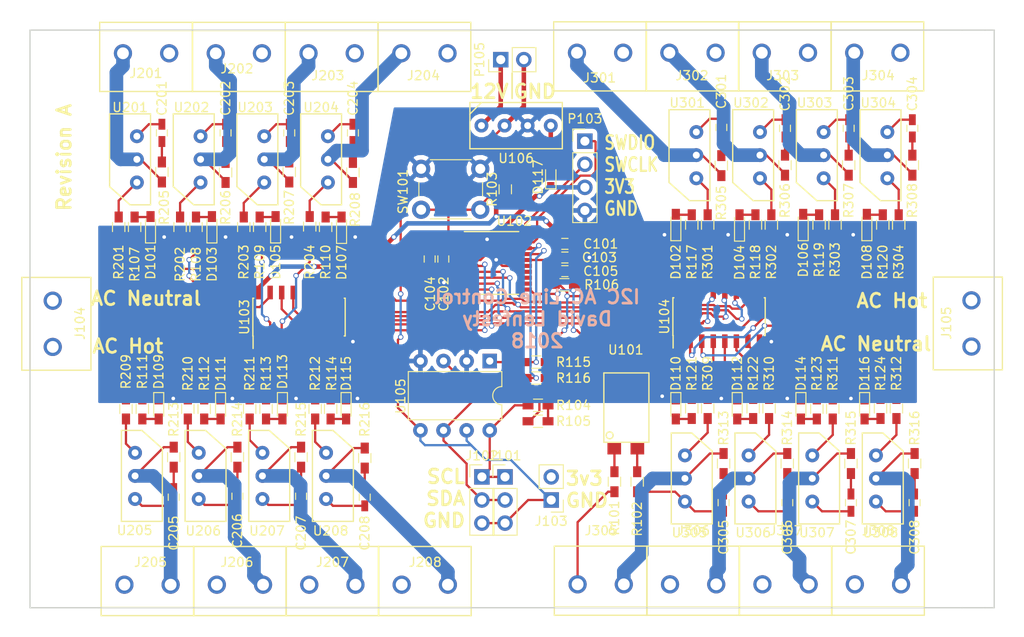
<source format=kicad_pcb>
(kicad_pcb (version 4) (host pcbnew 4.0.7)
  (layers (0 F.Cu signal) (1 In1.Cu power) (2 In2.Cu power) (31 B.Cu mixed) (35 F.Paste user) (36 B.SilkS user) (37 F.SilkS user) (39 F.Mask user) (44 Edge.Cuts user))
  (net 0 "")
  (net 1 +3V3)
  (net 2 GND)
  (net 3 AC-N)
  (net 4 "Net-(C201-Pad2)")
  (net 5 "Net-(C202-Pad2)")
  (net 6 "Net-(C203-Pad2)")
  (net 7 "Net-(C204-Pad2)")
  (net 8 "Net-(C205-Pad2)")
  (net 9 "Net-(C206-Pad2)")
  (net 10 "Net-(C207-Pad2)")
  (net 11 "Net-(C208-Pad2)")
  (net 12 "Net-(C301-Pad2)")
  (net 13 "Net-(C302-Pad2)")
  (net 14 "Net-(C303-Pad2)")
  (net 15 "Net-(C304-Pad2)")
  (net 16 "Net-(C305-Pad2)")
  (net 17 "Net-(C306-Pad2)")
  (net 18 "Net-(C307-Pad2)")
  (net 19 "Net-(C308-Pad2)")
  (net 20 /I2C_SCL)
  (net 21 /I2C_SDA)
  (net 22 /STM_SWDIO)
  (net 23 /STM_SWCLK)
  (net 24 /Output-BankA/AC_LOAD-A)
  (net 25 AC-H)
  (net 26 /Output-BankA/AC_LOAD-B)
  (net 27 /Output-BankA/AC_LOAD-C)
  (net 28 /Output-BankA/AC_LOAD-D)
  (net 29 /Output-BankB/AC_LOAD-A)
  (net 30 /Output-BankB/AC_LOAD-B)
  (net 31 /Output-BankB/AC_LOAD-C)
  (net 32 /Output-BankB/AC_LOAD-D)
  (net 33 "Net-(R101-Pad1)")
  (net 34 "Net-(R102-Pad1)")
  (net 35 /STM_~RST)
  (net 36 /ZERO_CROSS)
  (net 37 "Net-(R203-Pad1)")
  (net 38 "Net-(R204-Pad1)")
  (net 39 "Net-(R303-Pad1)")
  (net 40 "Net-(R304-Pad1)")
  (net 41 "Net-(U102-Pad2)")
  (net 42 "Net-(U102-Pad3)")
  (net 43 /Shift_SER)
  (net 44 /Shift_SRCLK)
  (net 45 /Shift_~SRCLR)
  (net 46 /Shift_RCLK)
  (net 47 /Shift_~OE)
  (net 48 "Net-(U102-Pad12)")
  (net 49 "Net-(U102-Pad13)")
  (net 50 "Net-(U102-Pad14)")
  (net 51 "Net-(U103-Pad9)")
  (net 52 "Net-(U104-Pad9)")
  (net 53 "Net-(D101-Pad2)")
  (net 54 "Net-(D103-Pad2)")
  (net 55 "Net-(D105-Pad2)")
  (net 56 "Net-(D107-Pad2)")
  (net 57 /+12V_IN)
  (net 58 /CHAN8)
  (net 59 /CHAN9)
  (net 60 /CHAN10)
  (net 61 /CHAN11)
  (net 62 "Net-(D109-Pad2)")
  (net 63 /CHAN12)
  (net 64 "Net-(D111-Pad2)")
  (net 65 /CHAN13)
  (net 66 "Net-(D113-Pad2)")
  (net 67 /CHAN14)
  (net 68 "Net-(D115-Pad2)")
  (net 69 /CHAN15)
  (net 70 /GND_IN)
  (net 71 /3v_ISO)
  (net 72 /Output-BankA/AC_LOAD-E)
  (net 73 /Output-BankA/AC_LOAD-F)
  (net 74 /Output-BankA/AC_LOAD-G)
  (net 75 /Output-BankA/AC_LOAD-H)
  (net 76 /Output-BankB/AC_LOAD-E)
  (net 77 /Output-BankB/AC_LOAD-F)
  (net 78 /Output-BankB/AC_LOAD-G)
  (net 79 /Output-BankB/AC_LOAD-H)
  (net 80 /3v3_ISO)
  (net 81 /CHAN0)
  (net 82 /CHAN1)
  (net 83 /CHAN2)
  (net 84 /CHAN3)
  (net 85 /CHAN4)
  (net 86 /CHAN5)
  (net 87 /CHAN6)
  (net 88 /CHAN7)
  (net 89 /STM_SCL)
  (net 90 /STM_SDA)
  (net 91 "Net-(R211-Pad1)")
  (net 92 "Net-(R212-Pad1)")
  (net 93 "Net-(R311-Pad1)")
  (net 94 "Net-(R312-Pad1)")
  (net 95 "Net-(R201-Pad1)")
  (net 96 "Net-(R202-Pad1)")
  (net 97 "Net-(R209-Pad1)")
  (net 98 "Net-(R210-Pad1)")
  (net 99 "Net-(R301-Pad1)")
  (net 100 "Net-(R302-Pad1)")
  (net 101 "Net-(R309-Pad1)")
  (net 102 "Net-(R310-Pad1)")
  (net 103 "Net-(D102-Pad2)")
  (net 104 "Net-(D104-Pad2)")
  (net 105 "Net-(D106-Pad2)")
  (net 106 "Net-(D108-Pad2)")
  (net 107 "Net-(D110-Pad2)")
  (net 108 "Net-(D112-Pad2)")
  (net 109 "Net-(D114-Pad2)")
  (net 110 "Net-(D116-Pad2)")
  (net 111 /+VDD)
  (module Capacitors_SMD:C_0603_HandSoldering (layer F.Cu) (at 133.3 98.25)
    (fp_text reference C101 (at 3.95 0) (layer F.SilkS))
    (fp_text value 100nF)
    (pad 1 smd rect (at -0.95 0) (size 1.2 0.75) (layers F.Cu F.Paste F.Mask) (net 111 /+VDD))
    (pad 2 smd rect (at 0.95 0) (size 1.2 0.75) (layers F.Cu F.Paste F.Mask) (net 2 GND))
  )
  (module Capacitors_SMD:C_0603_HandSoldering (layer F.Cu) (at 119.937362 99.91627 270)
    (fp_text reference C102 (at 3.83373 -0.05 270) (layer F.SilkS))
    (fp_text value 10nF)
    (pad 1 smd rect (at -0.95 0 270) (size 1.2 0.75) (layers F.Cu F.Paste F.Mask) (net 111 /+VDD))
    (pad 2 smd rect (at 0.95 0 270) (size 1.2 0.75) (layers F.Cu F.Paste F.Mask) (net 2 GND))
  )
  (module Capacitors_SMD:C_0603_HandSoldering (layer F.Cu) (at 133.3 99.75)
    (fp_text reference C103 (at 3.8 0) (layer F.SilkS))
    (fp_text value 100nF hide)
    (pad 1 smd rect (at -0.95 0) (size 1.2 0.75) (layers F.Cu F.Paste F.Mask) (net 111 /+VDD))
    (pad 2 smd rect (at 0.95 0) (size 1.2 0.75) (layers F.Cu F.Paste F.Mask) (net 2 GND))
  )
  (module Capacitors_SMD:C_0603_HandSoldering (layer F.Cu) (at 118.437362 99.91627 270)
    (fp_text reference C104 (at 3.83373 -0.062638 270) (layer F.SilkS))
    (fp_text value 1uF)
    (pad 1 smd rect (at -0.95 0 270) (size 1.2 0.75) (layers F.Cu F.Paste F.Mask) (net 111 /+VDD))
    (pad 2 smd rect (at 0.95 0 270) (size 1.2 0.75) (layers F.Cu F.Paste F.Mask) (net 2 GND))
  )
  (module Capacitors_SMD:C_0603_HandSoldering (layer F.Cu) (at 133.3 101.25)
    (fp_text reference C105 (at 3.95 0) (layer F.SilkS))
    (fp_text value 4.7uF)
    (pad 1 smd rect (at -0.95 0) (size 1.2 0.75) (layers F.Cu F.Paste F.Mask) (net 111 /+VDD))
    (pad 2 smd rect (at 0.95 0) (size 1.2 0.75) (layers F.Cu F.Paste F.Mask) (net 2 GND))
  )
  (module Capacitors_SMD:C_0603_HandSoldering (layer F.Cu) (at 89 86.05 270)
    (fp_text reference C201 (at -3.8 0 270) (layer F.SilkS))
    (fp_text value 22n)
    (pad 1 smd rect (at -0.95 0 270) (size 1.2 0.75) (layers F.Cu F.Paste F.Mask) (net 3 AC-N))
    (pad 2 smd rect (at 0.95 0 270) (size 1.2 0.75) (layers F.Cu F.Paste F.Mask) (net 4 "Net-(C201-Pad2)"))
  )
  (module Capacitors_SMD:C_0603_HandSoldering (layer F.Cu) (at 96 86.05 270)
    (fp_text reference C202 (at -3.8 0 270) (layer F.SilkS))
    (fp_text value 22n)
    (pad 1 smd rect (at -0.95 0 270) (size 1.2 0.75) (layers F.Cu F.Paste F.Mask) (net 3 AC-N))
    (pad 2 smd rect (at 0.95 0 270) (size 1.2 0.75) (layers F.Cu F.Paste F.Mask) (net 5 "Net-(C202-Pad2)"))
  )
  (module Capacitors_SMD:C_0603_HandSoldering (layer F.Cu) (at 103 86.05 270)
    (fp_text reference C203 (at -3.8 0 270) (layer F.SilkS))
    (fp_text value 22n)
    (pad 1 smd rect (at -0.95 0 270) (size 1.2 0.75) (layers F.Cu F.Paste F.Mask) (net 3 AC-N))
    (pad 2 smd rect (at 0.95 0 270) (size 1.2 0.75) (layers F.Cu F.Paste F.Mask) (net 6 "Net-(C203-Pad2)"))
  )
  (module Capacitors_SMD:C_0603_HandSoldering (layer F.Cu) (at 110 86.05 270)
    (fp_text reference C204 (at -3.8 0 270) (layer F.SilkS))
    (fp_text value 22n)
    (pad 1 smd rect (at -0.95 0 270) (size 1.2 0.75) (layers F.Cu F.Paste F.Mask) (net 3 AC-N))
    (pad 2 smd rect (at 0.95 0 270) (size 1.2 0.75) (layers F.Cu F.Paste F.Mask) (net 7 "Net-(C204-Pad2)"))
  )
  (module Capacitors_SMD:C_0603_HandSoldering (layer F.Cu) (at 90.3 126.1 90)
    (fp_text reference C205 (at -3.95 0 90) (layer F.SilkS))
    (fp_text value 22n)
    (pad 1 smd rect (at -0.95 0 90) (size 1.2 0.75) (layers F.Cu F.Paste F.Mask) (net 3 AC-N))
    (pad 2 smd rect (at 0.95 0 90) (size 1.2 0.75) (layers F.Cu F.Paste F.Mask) (net 8 "Net-(C205-Pad2)"))
  )
  (module Capacitors_SMD:C_0603_HandSoldering (layer F.Cu) (at 97.3 126 90)
    (fp_text reference C206 (at -3.8 0 90) (layer F.SilkS))
    (fp_text value 22n)
    (pad 1 smd rect (at -0.95 0 90) (size 1.2 0.75) (layers F.Cu F.Paste F.Mask) (net 3 AC-N))
    (pad 2 smd rect (at 0.95 0 90) (size 1.2 0.75) (layers F.Cu F.Paste F.Mask) (net 9 "Net-(C206-Pad2)"))
  )
  (module Capacitors_SMD:C_0603_HandSoldering (layer F.Cu) (at 104.3 126 90)
    (fp_text reference C207 (at -4.05 0 90) (layer F.SilkS))
    (fp_text value 22n)
    (pad 1 smd rect (at -0.95 0 90) (size 1.2 0.75) (layers F.Cu F.Paste F.Mask) (net 3 AC-N))
    (pad 2 smd rect (at 0.95 0 90) (size 1.2 0.75) (layers F.Cu F.Paste F.Mask) (net 10 "Net-(C207-Pad2)"))
  )
  (module Capacitors_SMD:C_0603_HandSoldering (layer F.Cu) (at 111.3 126.1 90)
    (fp_text reference C208 (at -3.95 0 90) (layer F.SilkS))
    (fp_text value 22n)
    (pad 1 smd rect (at -0.95 0 90) (size 1.2 0.75) (layers F.Cu F.Paste F.Mask) (net 3 AC-N))
    (pad 2 smd rect (at 0.95 0 90) (size 1.2 0.75) (layers F.Cu F.Paste F.Mask) (net 11 "Net-(C208-Pad2)"))
  )
  (module Capacitors_SMD:C_0603_HandSoldering (layer F.Cu) (at 150.5 85.45 270)
    (fp_text reference C301 (at -3.95 0 270) (layer F.SilkS))
    (fp_text value 22n)
    (pad 1 smd rect (at -0.95 0 270) (size 1.2 0.75) (layers F.Cu F.Paste F.Mask) (net 3 AC-N))
    (pad 2 smd rect (at 0.95 0 270) (size 1.2 0.75) (layers F.Cu F.Paste F.Mask) (net 12 "Net-(C301-Pad2)"))
  )
  (module Capacitors_SMD:C_0603_HandSoldering (layer F.Cu) (at 157.5 85.55 270)
    (fp_text reference C302 (at -3.8 0 270) (layer F.SilkS))
    (fp_text value 22n)
    (pad 1 smd rect (at -0.95 0 270) (size 1.2 0.75) (layers F.Cu F.Paste F.Mask) (net 3 AC-N))
    (pad 2 smd rect (at 0.95 0 270) (size 1.2 0.75) (layers F.Cu F.Paste F.Mask) (net 13 "Net-(C302-Pad2)"))
  )
  (module Capacitors_SMD:C_0603_HandSoldering (layer F.Cu) (at 164.5 85.55 270)
    (fp_text reference C303 (at -3.8 0 270) (layer F.SilkS))
    (fp_text value 22n)
    (pad 1 smd rect (at -0.95 0 270) (size 1.2 0.75) (layers F.Cu F.Paste F.Mask) (net 3 AC-N))
    (pad 2 smd rect (at 0.95 0 270) (size 1.2 0.75) (layers F.Cu F.Paste F.Mask) (net 14 "Net-(C303-Pad2)"))
  )
  (module Capacitors_SMD:C_0603_HandSoldering (layer F.Cu) (at 171.5 85.55 270)
    (fp_text reference C304 (at -3.8 0 270) (layer F.SilkS))
    (fp_text value 22n)
    (pad 1 smd rect (at -0.95 0 270) (size 1.2 0.75) (layers F.Cu F.Paste F.Mask) (net 3 AC-N))
    (pad 2 smd rect (at 0.95 0 270) (size 1.2 0.75) (layers F.Cu F.Paste F.Mask) (net 15 "Net-(C304-Pad2)"))
  )
  (module Capacitors_SMD:C_0603_HandSoldering (layer F.Cu) (at 150.75 126.7 90)
    (fp_text reference C305 (at -3.8 0 90) (layer F.SilkS))
    (fp_text value 22n)
    (pad 1 smd rect (at -0.95 0 90) (size 1.2 0.75) (layers F.Cu F.Paste F.Mask) (net 3 AC-N))
    (pad 2 smd rect (at 0.95 0 90) (size 1.2 0.75) (layers F.Cu F.Paste F.Mask) (net 16 "Net-(C305-Pad2)"))
  )
  (module Capacitors_SMD:C_0603_HandSoldering (layer F.Cu) (at 157.75 126.7 90)
    (fp_text reference C306 (at -3.8 0 90) (layer F.SilkS))
    (fp_text value 22n)
    (pad 1 smd rect (at -0.95 0 90) (size 1.2 0.75) (layers F.Cu F.Paste F.Mask) (net 3 AC-N))
    (pad 2 smd rect (at 0.95 0 90) (size 1.2 0.75) (layers F.Cu F.Paste F.Mask) (net 17 "Net-(C306-Pad2)"))
  )
  (module Capacitors_SMD:C_0603_HandSoldering (layer F.Cu) (at 164.75 126.7 90)
    (fp_text reference C307 (at -3.8 0 90) (layer F.SilkS))
    (fp_text value 22n)
    (pad 1 smd rect (at -0.95 0 90) (size 1.2 0.75) (layers F.Cu F.Paste F.Mask) (net 3 AC-N))
    (pad 2 smd rect (at 0.95 0 90) (size 1.2 0.75) (layers F.Cu F.Paste F.Mask) (net 18 "Net-(C307-Pad2)"))
  )
  (module Capacitors_SMD:C_0603_HandSoldering (layer F.Cu) (at 171.75 126.7 90)
    (fp_text reference C308 (at -3.8 0 90) (layer F.SilkS))
    (fp_text value 22n)
    (pad 1 smd rect (at -0.95 0 90) (size 1.2 0.75) (layers F.Cu F.Paste F.Mask) (net 3 AC-N))
    (pad 2 smd rect (at 0.95 0 90) (size 1.2 0.75) (layers F.Cu F.Paste F.Mask) (net 19 "Net-(C308-Pad2)"))
  )
  (module LEDs:LED_0603_HandSoldering (layer F.Cu) (at 87.75 96.35 90)
    (fp_text reference D101 (at -3.9 0 90) (layer F.SilkS))
    (fp_text value LED)
    (pad 1 smd rect (at -1.1 0 90) (size 1.2 0.9) (layers F.Cu F.Paste F.Mask) (net 2 GND))
    (pad 2 smd rect (at 1.1 0 90) (size 1.2 0.9) (layers F.Cu F.Paste F.Mask) (net 53 "Net-(D101-Pad2)"))
  )
  (module LEDs:LED_0603_HandSoldering (layer F.Cu) (at 145.5 96.1 90)
    (fp_text reference D102 (at -4.15 0 90) (layer F.SilkS))
    (fp_text value LED)
    (pad 1 smd rect (at -1.1 0 90) (size 1.2 0.9) (layers F.Cu F.Paste F.Mask) (net 2 GND))
    (pad 2 smd rect (at 1.1 0 90) (size 1.2 0.9) (layers F.Cu F.Paste F.Mask) (net 103 "Net-(D102-Pad2)"))
  )
  (module LEDs:LED_0603_HandSoldering (layer F.Cu) (at 94.5 96.35 90)
    (fp_text reference D103 (at -4.15 0 90) (layer F.SilkS))
    (fp_text value LED)
    (pad 1 smd rect (at -1.1 0 90) (size 1.2 0.9) (layers F.Cu F.Paste F.Mask) (net 2 GND))
    (pad 2 smd rect (at 1.1 0 90) (size 1.2 0.9) (layers F.Cu F.Paste F.Mask) (net 54 "Net-(D103-Pad2)"))
  )
  (module LEDs:LED_0603_HandSoldering (layer F.Cu) (at 152.5 96.15 90)
    (fp_text reference D104 (at -4.15 0 90) (layer F.SilkS))
    (fp_text value LED)
    (pad 1 smd rect (at -1.1 0 90) (size 1.2 0.9) (layers F.Cu F.Paste F.Mask) (net 2 GND))
    (pad 2 smd rect (at 1.1 0 90) (size 1.2 0.9) (layers F.Cu F.Paste F.Mask) (net 104 "Net-(D104-Pad2)"))
  )
  (module LEDs:LED_0603_HandSoldering (layer F.Cu) (at 101.5 96.35 90)
    (fp_text reference D105 (at -3.9 0 90) (layer F.SilkS))
    (fp_text value LED)
    (pad 1 smd rect (at -1.1 0 90) (size 1.2 0.9) (layers F.Cu F.Paste F.Mask) (net 2 GND))
    (pad 2 smd rect (at 1.1 0 90) (size 1.2 0.9) (layers F.Cu F.Paste F.Mask) (net 55 "Net-(D105-Pad2)"))
  )
  (module LEDs:LED_0603_HandSoldering (layer F.Cu) (at 159.5 96.1 90)
    (fp_text reference D106 (at -3.9 0 90) (layer F.SilkS))
    (fp_text value LED)
    (pad 1 smd rect (at -1.1 0 90) (size 1.2 0.9) (layers F.Cu F.Paste F.Mask) (net 2 GND))
    (pad 2 smd rect (at 1.1 0 90) (size 1.2 0.9) (layers F.Cu F.Paste F.Mask) (net 105 "Net-(D106-Pad2)"))
  )
  (module LEDs:LED_0603_HandSoldering (layer F.Cu) (at 108.75 96.4 90)
    (fp_text reference D107 (at -3.9 0 90) (layer F.SilkS))
    (fp_text value LED)
    (pad 1 smd rect (at -1.1 0 90) (size 1.2 0.9) (layers F.Cu F.Paste F.Mask) (net 2 GND))
    (pad 2 smd rect (at 1.1 0 90) (size 1.2 0.9) (layers F.Cu F.Paste F.Mask) (net 56 "Net-(D107-Pad2)"))
  )
  (module LEDs:LED_0603_HandSoldering (layer F.Cu) (at 166.5 96.1 90)
    (fp_text reference D108 (at -4.15 0 90) (layer F.SilkS))
    (fp_text value LED)
    (pad 1 smd rect (at -1.1 0 90) (size 1.2 0.9) (layers F.Cu F.Paste F.Mask) (net 2 GND))
    (pad 2 smd rect (at 1.1 0 90) (size 1.2 0.9) (layers F.Cu F.Paste F.Mask) (net 106 "Net-(D108-Pad2)"))
  )
  (module LEDs:LED_0603_HandSoldering (layer F.Cu) (at 88.65 116.4 270)
    (fp_text reference D109 (at -4.1 0 270) (layer F.SilkS))
    (fp_text value LED)
    (pad 1 smd rect (at -1.1 0 270) (size 1.2 0.9) (layers F.Cu F.Paste F.Mask) (net 2 GND))
    (pad 2 smd rect (at 1.1 0 270) (size 1.2 0.9) (layers F.Cu F.Paste F.Mask) (net 62 "Net-(D109-Pad2)"))
  )
  (module LEDs:LED_0603_HandSoldering (layer F.Cu) (at 145.5 116.4 270)
    (fp_text reference D110 (at -3.9 0 270) (layer F.SilkS))
    (fp_text value LED)
    (pad 1 smd rect (at -1.1 0 270) (size 1.2 0.9) (layers F.Cu F.Paste F.Mask) (net 2 GND))
    (pad 2 smd rect (at 1.1 0 270) (size 1.2 0.9) (layers F.Cu F.Paste F.Mask) (net 107 "Net-(D110-Pad2)"))
  )
  (module LEDs:LED_0603_HandSoldering (layer F.Cu) (at 95.45 116.4 270)
    (fp_text reference D111 (at -3.9 0 270) (layer F.SilkS))
    (fp_text value LED)
    (pad 1 smd rect (at -1.1 0 270) (size 1.2 0.9) (layers F.Cu F.Paste F.Mask) (net 2 GND))
    (pad 2 smd rect (at 1.1 0 270) (size 1.2 0.9) (layers F.Cu F.Paste F.Mask) (net 64 "Net-(D111-Pad2)"))
  )
  (module LEDs:LED_0603_HandSoldering (layer F.Cu) (at 152.25 116.4 270)
    (fp_text reference D112 (at -3.9 0 270) (layer F.SilkS))
    (fp_text value LED)
    (pad 1 smd rect (at -1.1 0 270) (size 1.2 0.9) (layers F.Cu F.Paste F.Mask) (net 2 GND))
    (pad 2 smd rect (at 1.1 0 270) (size 1.2 0.9) (layers F.Cu F.Paste F.Mask) (net 108 "Net-(D112-Pad2)"))
  )
  (module LEDs:LED_0603_HandSoldering (layer F.Cu) (at 102.25 116.4 270)
    (fp_text reference D113 (at -4.1 0 270) (layer F.SilkS))
    (fp_text value LED)
    (pad 1 smd rect (at -1.1 0 270) (size 1.2 0.9) (layers F.Cu F.Paste F.Mask) (net 2 GND))
    (pad 2 smd rect (at 1.1 0 270) (size 1.2 0.9) (layers F.Cu F.Paste F.Mask) (net 66 "Net-(D113-Pad2)"))
  )
  (module LEDs:LED_0603_HandSoldering (layer F.Cu) (at 159.25 116.4 270)
    (fp_text reference D114 (at -3.9 0 270) (layer F.SilkS))
    (fp_text value LED)
    (pad 1 smd rect (at -1.1 0 270) (size 1.2 0.9) (layers F.Cu F.Paste F.Mask) (net 2 GND))
    (pad 2 smd rect (at 1.1 0 270) (size 1.2 0.9) (layers F.Cu F.Paste F.Mask) (net 109 "Net-(D114-Pad2)"))
  )
  (module LEDs:LED_0603_HandSoldering (layer F.Cu) (at 109.25 116.4 270)
    (fp_text reference D115 (at -3.9 0 270) (layer F.SilkS))
    (fp_text value LED)
    (pad 1 smd rect (at -1.1 0 270) (size 1.2 0.9) (layers F.Cu F.Paste F.Mask) (net 2 GND))
    (pad 2 smd rect (at 1.1 0 270) (size 1.2 0.9) (layers F.Cu F.Paste F.Mask) (net 68 "Net-(D115-Pad2)"))
  )
  (module LEDs:LED_0603_HandSoldering (layer F.Cu) (at 166.25 116.4 270)
    (fp_text reference D116 (at -3.9 0 270) (layer F.SilkS))
    (fp_text value LED)
    (pad 1 smd rect (at -1.1 0 270) (size 1.2 0.9) (layers F.Cu F.Paste F.Mask) (net 2 GND))
    (pad 2 smd rect (at 1.1 0 270) (size 1.2 0.9) (layers F.Cu F.Paste F.Mask) (net 110 "Net-(D116-Pad2)"))
  )
  (module Pin_Headers:Pin_Header_Straight_1x03_Pitch2.54mm (layer F.Cu) (at 126.72 123.87)
    (fp_text reference J101 (at 0 -2.33) (layer F.SilkS))
    (fp_text value Conn_01x03 hide)
    (pad 1 thru_hole rect (at 0 0) (size 1.7 1.7) (drill 1) (layers *.Cu *.Mask) (net 20 /I2C_SCL))
    (pad 2 thru_hole oval (at 0 2.54) (size 1.7 1.7) (drill 1) (layers *.Cu *.Mask) (net 21 /I2C_SDA))
    (pad 3 thru_hole oval (at 0 5.08) (size 1.7 1.7) (drill 1) (layers *.Cu *.Mask) (net 70 /GND_IN))
  )
  (module Pin_Headers:Pin_Header_Straight_1x03_Pitch2.54mm (layer F.Cu) (at 124.18 123.87)
    (fp_text reference J102 (at 0 -2.33) (layer F.SilkS))
    (fp_text value Conn_01x03 hide)
    (pad 1 thru_hole rect (at 0 0) (size 1.7 1.7) (drill 1) (layers *.Cu *.Mask) (net 20 /I2C_SCL))
    (pad 2 thru_hole oval (at 0 2.54) (size 1.7 1.7) (drill 1) (layers *.Cu *.Mask) (net 21 /I2C_SDA))
    (pad 3 thru_hole oval (at 0 5.08) (size 1.7 1.7) (drill 1) (layers *.Cu *.Mask) (net 70 /GND_IN))
  )
  (module Pin_Headers:Pin_Header_Straight_1x02_Pitch2.54mm (layer F.Cu) (at 131.8 126.41 180)
    (fp_text reference J103 (at 0 -2.33 180) (layer F.SilkS))
    (fp_text value Conn_01x02 hide)
    (pad 1 thru_hole rect (at 0 0 180) (size 1.7 1.7) (drill 1) (layers *.Cu *.Mask) (net 70 /GND_IN))
    (pad 2 thru_hole oval (at 0 2.54 180) (size 1.7 1.7) (drill 1) (layers *.Cu *.Mask) (net 71 /3v_ISO))
  )
  (module Connectors_OnShore:OSTTC022162 (layer F.Cu) (at 87.26 77.3)
    (fp_text reference J201 (at -0.01 2.2) (layer F.SilkS))
    (fp_text value Conn_01x02)
    (pad 1 thru_hole circle (at -2.54 0) (size 2 2) (drill 1.3) (layers *.Cu *.Mask) (net 24 /Output-BankA/AC_LOAD-A))
    (pad 2 thru_hole circle (at 2.54 0) (size 2 2) (drill 1.3) (layers *.Cu *.Mask) (net 25 AC-H))
  )
  (module Connectors_OnShore:OSTTC022162 (layer F.Cu) (at 97.46 77.3)
    (fp_text reference J202 (at -0.21 1.7) (layer F.SilkS))
    (fp_text value Conn_01x02)
    (pad 1 thru_hole circle (at -2.54 0) (size 2 2) (drill 1.3) (layers *.Cu *.Mask) (net 26 /Output-BankA/AC_LOAD-B))
    (pad 2 thru_hole circle (at 2.54 0) (size 2 2) (drill 1.3) (layers *.Cu *.Mask) (net 25 AC-H))
  )
  (module Connectors_OnShore:OSTTC022162 (layer F.Cu) (at 107.66 77.3)
    (fp_text reference J203 (at -0.41 2.45) (layer F.SilkS))
    (fp_text value Conn_01x02)
    (pad 1 thru_hole circle (at -2.54 0) (size 2 2) (drill 1.3) (layers *.Cu *.Mask) (net 27 /Output-BankA/AC_LOAD-C))
    (pad 2 thru_hole circle (at 2.54 0) (size 2 2) (drill 1.3) (layers *.Cu *.Mask) (net 25 AC-H))
  )
  (module Connectors_OnShore:OSTTC022162 (layer F.Cu) (at 117.86 77.3)
    (fp_text reference J204 (at -0.11 2.45) (layer F.SilkS))
    (fp_text value Conn_01x02)
    (pad 1 thru_hole circle (at -2.54 0) (size 2 2) (drill 1.3) (layers *.Cu *.Mask) (net 28 /Output-BankA/AC_LOAD-D))
    (pad 2 thru_hole circle (at 2.54 0) (size 2 2) (drill 1.3) (layers *.Cu *.Mask) (net 25 AC-H))
  )
  (module Connectors_OnShore:OSTTC022162 (layer F.Cu) (at 87.42 135.72 180)
    (fp_text reference J205 (at -0.33 2.47 180) (layer F.SilkS))
    (fp_text value Conn_01x02)
    (pad 1 thru_hole circle (at -2.54 0 180) (size 2 2) (drill 1.3) (layers *.Cu *.Mask) (net 72 /Output-BankA/AC_LOAD-E))
    (pad 2 thru_hole circle (at 2.54 0 180) (size 2 2) (drill 1.3) (layers *.Cu *.Mask) (net 25 AC-H))
  )
  (module Connectors_OnShore:OSTTC022162 (layer F.Cu) (at 97.58 135.72 180)
    (fp_text reference J206 (at 0.33 2.47 180) (layer F.SilkS))
    (fp_text value Conn_01x02)
    (pad 1 thru_hole circle (at -2.54 0 180) (size 2 2) (drill 1.3) (layers *.Cu *.Mask) (net 73 /Output-BankA/AC_LOAD-F))
    (pad 2 thru_hole circle (at 2.54 0 180) (size 2 2) (drill 1.3) (layers *.Cu *.Mask) (net 25 AC-H))
  )
  (module Connectors_OnShore:OSTTC022162 (layer F.Cu) (at 107.74 135.72 180)
    (fp_text reference J207 (at -0.01 2.47 180) (layer F.SilkS))
    (fp_text value Conn_01x02)
    (pad 1 thru_hole circle (at -2.54 0 180) (size 2 2) (drill 1.3) (layers *.Cu *.Mask) (net 74 /Output-BankA/AC_LOAD-G))
    (pad 2 thru_hole circle (at 2.54 0 180) (size 2 2) (drill 1.3) (layers *.Cu *.Mask) (net 25 AC-H))
  )
  (module Connectors_OnShore:OSTTC022162 (layer F.Cu) (at 117.9 135.72 180)
    (fp_text reference J208 (at -0.05 2.47 180) (layer F.SilkS))
    (fp_text value Conn_01x02)
    (pad 1 thru_hole circle (at -2.54 0 180) (size 2 2) (drill 1.3) (layers *.Cu *.Mask) (net 75 /Output-BankA/AC_LOAD-H))
    (pad 2 thru_hole circle (at 2.54 0 180) (size 2 2) (drill 1.3) (layers *.Cu *.Mask) (net 25 AC-H))
  )
  (module Connectors_OnShore:OSTTC022162 (layer F.Cu) (at 137.17 77.24)
    (fp_text reference J301 (at -0.05 2.76) (layer F.SilkS))
    (fp_text value Conn_01x02)
    (pad 1 thru_hole circle (at -2.54 0) (size 2 2) (drill 1.3) (layers *.Cu *.Mask) (net 29 /Output-BankB/AC_LOAD-A))
    (pad 2 thru_hole circle (at 2.54 0) (size 2 2) (drill 1.3) (layers *.Cu *.Mask) (net 25 AC-H))
  )
  (module Connectors_OnShore:OSTTC022162 (layer F.Cu) (at 147.33 77.24)
    (fp_text reference J302 (at -0.05 2.51) (layer F.SilkS))
    (fp_text value Conn_01x02)
    (pad 1 thru_hole circle (at -2.54 0) (size 2 2) (drill 1.3) (layers *.Cu *.Mask) (net 30 /Output-BankB/AC_LOAD-B))
    (pad 2 thru_hole circle (at 2.54 0) (size 2 2) (drill 1.3) (layers *.Cu *.Mask) (net 25 AC-H))
  )
  (module Connectors_OnShore:OSTTC022162 (layer F.Cu) (at 157.49 77.24)
    (fp_text reference J303 (at -0.24 2.51) (layer F.SilkS))
    (fp_text value Conn_01x02)
    (pad 1 thru_hole circle (at -2.54 0) (size 2 2) (drill 1.3) (layers *.Cu *.Mask) (net 31 /Output-BankB/AC_LOAD-C))
    (pad 2 thru_hole circle (at 2.54 0) (size 2 2) (drill 1.3) (layers *.Cu *.Mask) (net 25 AC-H))
  )
  (module Connectors_OnShore:OSTTC022162 (layer F.Cu) (at 167.65 77.24)
    (fp_text reference J304 (at 0.1 2.51) (layer F.SilkS))
    (fp_text value Conn_01x02)
    (pad 1 thru_hole circle (at -2.54 0) (size 2 2) (drill 1.3) (layers *.Cu *.Mask) (net 32 /Output-BankB/AC_LOAD-D))
    (pad 2 thru_hole circle (at 2.54 0) (size 2 2) (drill 1.3) (layers *.Cu *.Mask) (net 25 AC-H))
  )
  (module Connectors_OnShore:OSTTC022162 (layer F.Cu) (at 137.24 135.68 180)
    (fp_text reference J305 (at -0.05 5.9 180) (layer F.SilkS))
    (fp_text value Conn_01x02)
    (pad 1 thru_hole circle (at -2.54 0 180) (size 2 2) (drill 1.3) (layers *.Cu *.Mask) (net 76 /Output-BankB/AC_LOAD-E))
    (pad 2 thru_hole circle (at 2.54 0 180) (size 2 2) (drill 1.3) (layers *.Cu *.Mask) (net 25 AC-H))
  )
  (module Connectors_OnShore:OSTTC022162 (layer F.Cu) (at 147.4 135.68 180)
    (fp_text reference J306 (at -0.05 5.9 180) (layer F.SilkS))
    (fp_text value Conn_01x02)
    (pad 1 thru_hole circle (at -2.54 0 180) (size 2 2) (drill 1.3) (layers *.Cu *.Mask) (net 77 /Output-BankB/AC_LOAD-F))
    (pad 2 thru_hole circle (at 2.54 0 180) (size 2 2) (drill 1.3) (layers *.Cu *.Mask) (net 25 AC-H))
  )
  (module Connectors_OnShore:OSTTC022162 (layer F.Cu) (at 157.56 135.68 180)
    (fp_text reference J307 (at -0.05 5.9 180) (layer F.SilkS))
    (fp_text value Conn_01x02)
    (pad 1 thru_hole circle (at -2.54 0 180) (size 2 2) (drill 1.3) (layers *.Cu *.Mask) (net 78 /Output-BankB/AC_LOAD-G))
    (pad 2 thru_hole circle (at 2.54 0 180) (size 2 2) (drill 1.3) (layers *.Cu *.Mask) (net 25 AC-H))
  )
  (module Connectors_OnShore:OSTTC022162 (layer F.Cu) (at 167.72 135.68 180)
    (fp_text reference J308 (at -0.05 5.9 180) (layer F.SilkS))
    (fp_text value Conn_01x02)
    (pad 1 thru_hole circle (at -2.54 0 180) (size 2 2) (drill 1.3) (layers *.Cu *.Mask) (net 79 /Output-BankB/AC_LOAD-H))
    (pad 2 thru_hole circle (at 2.54 0 180) (size 2 2) (drill 1.3) (layers *.Cu *.Mask) (net 25 AC-H))
  )
  (module Pin_Headers:Pin_Header_Straight_1x02_Pitch2.54mm (layer F.Cu) (at 126.25 78 90)
    (fp_text reference P105 (at 0 -2.33 90) (layer F.SilkS))
    (fp_text value CONN_01X02)
    (pad 1 thru_hole rect (at 0 0 90) (size 1.7 1.7) (drill 1) (layers *.Cu *.Mask) (net 57 /+12V_IN))
    (pad 2 thru_hole oval (at 0 2.54 90) (size 1.7 1.7) (drill 1) (layers *.Cu *.Mask) (net 70 /GND_IN))
  )
  (module Resistors_SMD:R_0603_HandSoldering (layer F.Cu) (at 138.75 124.4 270)
    (fp_text reference R101 (at 4 0 270) (layer F.SilkS))
    (fp_text value 16K)
    (pad 1 smd rect (at -1.1 0 270) (size 1.2 0.9) (layers F.Cu F.Paste F.Mask) (net 33 "Net-(R101-Pad1)"))
    (pad 2 smd rect (at 1.1 0 270) (size 1.2 0.9) (layers F.Cu F.Paste F.Mask) (net 25 AC-H))
  )
  (module Resistors_SMD:R_0603_HandSoldering (layer F.Cu) (at 141.25 124.4 270)
    (fp_text reference R102 (at 4.1 0 270) (layer F.SilkS))
    (fp_text value 16K)
    (pad 1 smd rect (at -1.1 0 270) (size 1.2 0.9) (layers F.Cu F.Paste F.Mask) (net 34 "Net-(R102-Pad1)"))
    (pad 2 smd rect (at 1.1 0 270) (size 1.2 0.9) (layers F.Cu F.Paste F.Mask) (net 3 AC-N))
  )
  (module Resistors_SMD:R_0603_HandSoldering (layer F.Cu) (at 126.75 92.25 90)
    (fp_text reference R103 (at 0 -1.45 90) (layer F.SilkS))
    (fp_text value 16K)
    (pad 1 smd rect (at -1.1 0 90) (size 1.2 0.9) (layers F.Cu F.Paste F.Mask) (net 1 +3V3))
    (pad 2 smd rect (at 1.1 0 90) (size 1.2 0.9) (layers F.Cu F.Paste F.Mask) (net 35 /STM_~RST))
  )
  (module Resistors_SMD:R_0603_HandSoldering (layer F.Cu) (at 130.35 116 180)
    (fp_text reference R104 (at -3.9 0 180) (layer F.SilkS))
    (fp_text value 2K)
    (pad 1 smd rect (at -1.1 0 180) (size 1.2 0.9) (layers F.Cu F.Paste F.Mask) (net 80 /3v3_ISO))
    (pad 2 smd rect (at 1.1 0 180) (size 1.2 0.9) (layers F.Cu F.Paste F.Mask) (net 20 /I2C_SCL))
  )
  (module Resistors_SMD:R_0603_HandSoldering (layer F.Cu) (at 130.35 117.75 180)
    (fp_text reference R105 (at -3.9 0 180) (layer F.SilkS))
    (fp_text value 2K)
    (pad 1 smd rect (at -1.1 0 180) (size 1.2 0.9) (layers F.Cu F.Paste F.Mask) (net 80 /3v3_ISO))
    (pad 2 smd rect (at 1.1 0 180) (size 1.2 0.9) (layers F.Cu F.Paste F.Mask) (net 21 /I2C_SDA))
  )
  (module Resistors_SMD:R_0603_HandSoldering (layer F.Cu) (at 133.25 102.75)
    (fp_text reference R106 (at 4.1 0) (layer F.SilkS))
    (fp_text value 2K)
    (pad 1 smd rect (at -1.1 0) (size 1.2 0.9) (layers F.Cu F.Paste F.Mask) (net 1 +3V3))
    (pad 2 smd rect (at 1.1 0) (size 1.2 0.9) (layers F.Cu F.Paste F.Mask) (net 36 /ZERO_CROSS))
  )
  (module Resistors_SMD:R_0603_HandSoldering (layer F.Cu) (at 86 96.4 270)
    (fp_text reference R107 (at 4.1 0 270) (layer F.SilkS))
    (fp_text value 160)
    (pad 1 smd rect (at -1.1 0 270) (size 1.2 0.9) (layers F.Cu F.Paste F.Mask) (net 53 "Net-(D101-Pad2)"))
    (pad 2 smd rect (at 1.1 0 270) (size 1.2 0.9) (layers F.Cu F.Paste F.Mask) (net 81 /CHAN0))
  )
  (module Resistors_SMD:R_0603_HandSoldering (layer F.Cu) (at 92.75 96.4 270)
    (fp_text reference R108 (at 4.1 0 270) (layer F.SilkS))
    (fp_text value 160)
    (pad 1 smd rect (at -1.1 0 270) (size 1.2 0.9) (layers F.Cu F.Paste F.Mask) (net 54 "Net-(D103-Pad2)"))
    (pad 2 smd rect (at 1.1 0 270) (size 1.2 0.9) (layers F.Cu F.Paste F.Mask) (net 82 /CHAN1))
  )
  (module Resistors_SMD:R_0603_HandSoldering (layer F.Cu) (at 99.75 96.4 270)
    (fp_text reference R109 (at 3.85 0 270) (layer F.SilkS))
    (fp_text value 160)
    (pad 1 smd rect (at -1.1 0 270) (size 1.2 0.9) (layers F.Cu F.Paste F.Mask) (net 55 "Net-(D105-Pad2)"))
    (pad 2 smd rect (at 1.1 0 270) (size 1.2 0.9) (layers F.Cu F.Paste F.Mask) (net 83 /CHAN2))
  )
  (module Resistors_SMD:R_0603_HandSoldering (layer F.Cu) (at 107 96.4 270)
    (fp_text reference R110 (at 3.85 0 270) (layer F.SilkS))
    (fp_text value 160)
    (pad 1 smd rect (at -1.1 0 270) (size 1.2 0.9) (layers F.Cu F.Paste F.Mask) (net 56 "Net-(D107-Pad2)"))
    (pad 2 smd rect (at 1.1 0 270) (size 1.2 0.9) (layers F.Cu F.Paste F.Mask) (net 84 /CHAN3))
  )
  (module Resistors_SMD:R_0603_HandSoldering (layer F.Cu) (at 86.85 116.4 90)
    (fp_text reference R111 (at 4.1 0 90) (layer F.SilkS))
    (fp_text value 160)
    (pad 1 smd rect (at -1.1 0 90) (size 1.2 0.9) (layers F.Cu F.Paste F.Mask) (net 62 "Net-(D109-Pad2)"))
    (pad 2 smd rect (at 1.1 0 90) (size 1.2 0.9) (layers F.Cu F.Paste F.Mask) (net 85 /CHAN4))
  )
  (module Resistors_SMD:R_0603_HandSoldering (layer F.Cu) (at 93.65 116.4 90)
    (fp_text reference R112 (at 3.9 0 90) (layer F.SilkS))
    (fp_text value 160)
    (pad 1 smd rect (at -1.1 0 90) (size 1.2 0.9) (layers F.Cu F.Paste F.Mask) (net 64 "Net-(D111-Pad2)"))
    (pad 2 smd rect (at 1.1 0 90) (size 1.2 0.9) (layers F.Cu F.Paste F.Mask) (net 86 /CHAN5))
  )
  (module Resistors_SMD:R_0603_HandSoldering (layer F.Cu) (at 100.45 116.4 90)
    (fp_text reference R113 (at 3.9 0 90) (layer F.SilkS))
    (fp_text value 160)
    (pad 1 smd rect (at -1.1 0 90) (size 1.2 0.9) (layers F.Cu F.Paste F.Mask) (net 66 "Net-(D113-Pad2)"))
    (pad 2 smd rect (at 1.1 0 90) (size 1.2 0.9) (layers F.Cu F.Paste F.Mask) (net 87 /CHAN6))
  )
  (module Resistors_SMD:R_0603_HandSoldering (layer F.Cu) (at 107.55 116.4 90)
    (fp_text reference R114 (at 3.9 0.1 90) (layer F.SilkS))
    (fp_text value 160)
    (pad 1 smd rect (at -1.1 0 90) (size 1.2 0.9) (layers F.Cu F.Paste F.Mask) (net 68 "Net-(D115-Pad2)"))
    (pad 2 smd rect (at 1.1 0 90) (size 1.2 0.9) (layers F.Cu F.Paste F.Mask) (net 88 /CHAN7))
  )
  (module Resistors_SMD:R_0603_HandSoldering (layer F.Cu) (at 130.15 111.25)
    (fp_text reference R115 (at 4.1 0) (layer F.SilkS))
    (fp_text value 680 hide)
    (pad 1 smd rect (at -1.1 0) (size 1.2 0.9) (layers F.Cu F.Paste F.Mask) (net 89 /STM_SCL))
    (pad 2 smd rect (at 1.1 0) (size 1.2 0.9) (layers F.Cu F.Paste F.Mask) (net 1 +3V3))
  )
  (module Resistors_SMD:R_0603_HandSoldering (layer F.Cu) (at 130.15 113)
    (fp_text reference R116 (at 4.1 0) (layer F.SilkS))
    (fp_text value 680)
    (pad 1 smd rect (at -1.1 0) (size 1.2 0.9) (layers F.Cu F.Paste F.Mask) (net 90 /STM_SDA))
    (pad 2 smd rect (at 1.1 0) (size 1.2 0.9) (layers F.Cu F.Paste F.Mask) (net 1 +3V3))
  )
  (module Resistors_SMD:R_0603_HandSoldering (layer F.Cu) (at 84.25 96.4 270)
    (fp_text reference R201 (at 3.85 0 270) (layer F.SilkS))
    (fp_text value 100)
    (pad 1 smd rect (at -1.1 0 270) (size 1.2 0.9) (layers F.Cu F.Paste F.Mask) (net 95 "Net-(R201-Pad1)"))
    (pad 2 smd rect (at 1.1 0 270) (size 1.2 0.9) (layers F.Cu F.Paste F.Mask) (net 81 /CHAN0))
  )
  (module Resistors_SMD:R_0603_HandSoldering (layer F.Cu) (at 91 96.4 270)
    (fp_text reference R202 (at 4.1 0 270) (layer F.SilkS))
    (fp_text value 100)
    (pad 1 smd rect (at -1.1 0 270) (size 1.2 0.9) (layers F.Cu F.Paste F.Mask) (net 96 "Net-(R202-Pad1)"))
    (pad 2 smd rect (at 1.1 0 270) (size 1.2 0.9) (layers F.Cu F.Paste F.Mask) (net 82 /CHAN1))
  )
  (module Resistors_SMD:R_0603_HandSoldering (layer F.Cu) (at 98 96.4 270)
    (fp_text reference R203 (at 3.85 0 270) (layer F.SilkS))
    (fp_text value 100)
    (pad 1 smd rect (at -1.1 0 270) (size 1.2 0.9) (layers F.Cu F.Paste F.Mask) (net 37 "Net-(R203-Pad1)"))
    (pad 2 smd rect (at 1.1 0 270) (size 1.2 0.9) (layers F.Cu F.Paste F.Mask) (net 83 /CHAN2))
  )
  (module Resistors_SMD:R_0603_HandSoldering (layer F.Cu) (at 105.25 96.35 270)
    (fp_text reference R204 (at 3.9 0 270) (layer F.SilkS))
    (fp_text value 100)
    (pad 1 smd rect (at -1.1 0 270) (size 1.2 0.9) (layers F.Cu F.Paste F.Mask) (net 38 "Net-(R204-Pad1)"))
    (pad 2 smd rect (at 1.1 0 270) (size 1.2 0.9) (layers F.Cu F.Paste F.Mask) (net 84 /CHAN3))
  )
  (module Resistors_SMD:R_0603_HandSoldering (layer F.Cu) (at 89 90.35 90)
    (fp_text reference R205 (at -3.9 0.25 90) (layer F.SilkS))
    (fp_text value 56)
    (pad 1 smd rect (at -1.1 0 90) (size 1.2 0.9) (layers F.Cu F.Paste F.Mask) (net 24 /Output-BankA/AC_LOAD-A))
    (pad 2 smd rect (at 1.1 0 90) (size 1.2 0.9) (layers F.Cu F.Paste F.Mask) (net 4 "Net-(C201-Pad2)"))
  )
  (module Resistors_SMD:R_0603_HandSoldering (layer F.Cu) (at 96 90.4 90)
    (fp_text reference R206 (at -3.85 0 90) (layer F.SilkS))
    (fp_text value 56)
    (pad 1 smd rect (at -1.1 0 90) (size 1.2 0.9) (layers F.Cu F.Paste F.Mask) (net 26 /Output-BankA/AC_LOAD-B))
    (pad 2 smd rect (at 1.1 0 90) (size 1.2 0.9) (layers F.Cu F.Paste F.Mask) (net 5 "Net-(C202-Pad2)"))
  )
  (module Resistors_SMD:R_0603_HandSoldering (layer F.Cu) (at 103 90.35 90)
    (fp_text reference R207 (at -3.9 0 90) (layer F.SilkS))
    (fp_text value 56)
    (pad 1 smd rect (at -1.1 0 90) (size 1.2 0.9) (layers F.Cu F.Paste F.Mask) (net 27 /Output-BankA/AC_LOAD-C))
    (pad 2 smd rect (at 1.1 0 90) (size 1.2 0.9) (layers F.Cu F.Paste F.Mask) (net 6 "Net-(C203-Pad2)"))
  )
  (module Resistors_SMD:R_0603_HandSoldering (layer F.Cu) (at 110 90.4 90)
    (fp_text reference R208 (at -4.1 0.25 90) (layer F.SilkS))
    (fp_text value 56)
    (pad 1 smd rect (at -1.1 0 90) (size 1.2 0.9) (layers F.Cu F.Paste F.Mask) (net 28 /Output-BankA/AC_LOAD-D))
    (pad 2 smd rect (at 1.1 0 90) (size 1.2 0.9) (layers F.Cu F.Paste F.Mask) (net 7 "Net-(C204-Pad2)"))
  )
  (module Resistors_SMD:R_0603_HandSoldering (layer F.Cu) (at 85.05 116.4 90)
    (fp_text reference R209 (at 4.1 0 90) (layer F.SilkS))
    (fp_text value 100)
    (pad 1 smd rect (at -1.1 0 90) (size 1.2 0.9) (layers F.Cu F.Paste F.Mask) (net 97 "Net-(R209-Pad1)"))
    (pad 2 smd rect (at 1.1 0 90) (size 1.2 0.9) (layers F.Cu F.Paste F.Mask) (net 85 /CHAN4))
  )
  (module Resistors_SMD:R_0603_HandSoldering (layer F.Cu) (at 91.85 116.4 90)
    (fp_text reference R210 (at 3.9 0 90) (layer F.SilkS))
    (fp_text value 100)
    (pad 1 smd rect (at -1.1 0 90) (size 1.2 0.9) (layers F.Cu F.Paste F.Mask) (net 98 "Net-(R210-Pad1)"))
    (pad 2 smd rect (at 1.1 0 90) (size 1.2 0.9) (layers F.Cu F.Paste F.Mask) (net 86 /CHAN5))
  )
  (module Resistors_SMD:R_0603_HandSoldering (layer F.Cu) (at 98.65 116.4 90)
    (fp_text reference R211 (at 3.9 0 90) (layer F.SilkS))
    (fp_text value 100)
    (pad 1 smd rect (at -1.1 0 90) (size 1.2 0.9) (layers F.Cu F.Paste F.Mask) (net 91 "Net-(R211-Pad1)"))
    (pad 2 smd rect (at 1.1 0 90) (size 1.2 0.9) (layers F.Cu F.Paste F.Mask) (net 87 /CHAN6))
  )
  (module Resistors_SMD:R_0603_HandSoldering (layer F.Cu) (at 105.85 116.4 90)
    (fp_text reference R212 (at 3.9 0 90) (layer F.SilkS))
    (fp_text value 100)
    (pad 1 smd rect (at -1.1 0 90) (size 1.2 0.9) (layers F.Cu F.Paste F.Mask) (net 92 "Net-(R212-Pad1)"))
    (pad 2 smd rect (at 1.1 0 90) (size 1.2 0.9) (layers F.Cu F.Paste F.Mask) (net 88 /CHAN7))
  )
  (module Resistors_SMD:R_0603_HandSoldering (layer F.Cu) (at 90.3 121.7 270)
    (fp_text reference R213 (at -4.15 0 270) (layer F.SilkS))
    (fp_text value 56)
    (pad 1 smd rect (at -1.1 0 270) (size 1.2 0.9) (layers F.Cu F.Paste F.Mask) (net 72 /Output-BankA/AC_LOAD-E))
    (pad 2 smd rect (at 1.1 0 270) (size 1.2 0.9) (layers F.Cu F.Paste F.Mask) (net 8 "Net-(C205-Pad2)"))
  )
  (module Resistors_SMD:R_0603_HandSoldering (layer F.Cu) (at 97.3 121.7 270)
    (fp_text reference R214 (at -4.15 0 270) (layer F.SilkS))
    (fp_text value 56)
    (pad 1 smd rect (at -1.1 0 270) (size 1.2 0.9) (layers F.Cu F.Paste F.Mask) (net 73 /Output-BankA/AC_LOAD-F))
    (pad 2 smd rect (at 1.1 0 270) (size 1.2 0.9) (layers F.Cu F.Paste F.Mask) (net 9 "Net-(C206-Pad2)"))
  )
  (module Resistors_SMD:R_0603_HandSoldering (layer F.Cu) (at 104.3 121.7 270)
    (fp_text reference R215 (at -4.15 0 270) (layer F.SilkS))
    (fp_text value 56)
    (pad 1 smd rect (at -1.1 0 270) (size 1.2 0.9) (layers F.Cu F.Paste F.Mask) (net 74 /Output-BankA/AC_LOAD-G))
    (pad 2 smd rect (at 1.1 0 270) (size 1.2 0.9) (layers F.Cu F.Paste F.Mask) (net 10 "Net-(C207-Pad2)"))
  )
  (module Resistors_SMD:R_0603_HandSoldering (layer F.Cu) (at 111.3 121.8 270)
    (fp_text reference R216 (at -4.25 0 270) (layer F.SilkS))
    (fp_text value 56)
    (pad 1 smd rect (at -1.1 0 270) (size 1.2 0.9) (layers F.Cu F.Paste F.Mask) (net 75 /Output-BankA/AC_LOAD-H))
    (pad 2 smd rect (at 1.1 0 270) (size 1.2 0.9) (layers F.Cu F.Paste F.Mask) (net 11 "Net-(C208-Pad2)"))
  )
  (module Resistors_SMD:R_0603_HandSoldering (layer F.Cu) (at 149 96.15 270)
    (fp_text reference R301 (at 4.1 0 270) (layer F.SilkS))
    (fp_text value 100)
    (pad 1 smd rect (at -1.1 0 270) (size 1.2 0.9) (layers F.Cu F.Paste F.Mask) (net 99 "Net-(R301-Pad1)"))
    (pad 2 smd rect (at 1.1 0 270) (size 1.2 0.9) (layers F.Cu F.Paste F.Mask) (net 58 /CHAN8))
  )
  (module Resistors_SMD:R_0603_HandSoldering (layer F.Cu) (at 156 96.15 270)
    (fp_text reference R302 (at 4.1 0 270) (layer F.SilkS))
    (fp_text value 100)
    (pad 1 smd rect (at -1.1 0 270) (size 1.2 0.9) (layers F.Cu F.Paste F.Mask) (net 100 "Net-(R302-Pad1)"))
    (pad 2 smd rect (at 1.1 0 270) (size 1.2 0.9) (layers F.Cu F.Paste F.Mask) (net 59 /CHAN9))
  )
  (module Resistors_SMD:R_0603_HandSoldering (layer F.Cu) (at 163 96.15 270)
    (fp_text reference R303 (at 3.85 0 270) (layer F.SilkS))
    (fp_text value 100)
    (pad 1 smd rect (at -1.1 0 270) (size 1.2 0.9) (layers F.Cu F.Paste F.Mask) (net 39 "Net-(R303-Pad1)"))
    (pad 2 smd rect (at 1.1 0 270) (size 1.2 0.9) (layers F.Cu F.Paste F.Mask) (net 60 /CHAN10))
  )
  (module Resistors_SMD:R_0603_HandSoldering (layer F.Cu) (at 170 96.15 270)
    (fp_text reference R304 (at 4.1 0 270) (layer F.SilkS))
    (fp_text value 100)
    (pad 1 smd rect (at -1.1 0 270) (size 1.2 0.9) (layers F.Cu F.Paste F.Mask) (net 40 "Net-(R304-Pad1)"))
    (pad 2 smd rect (at 1.1 0 270) (size 1.2 0.9) (layers F.Cu F.Paste F.Mask) (net 61 /CHAN11))
  )
  (module Resistors_SMD:R_0603_HandSoldering (layer F.Cu) (at 150.5 89.65 90)
    (fp_text reference R305 (at -4.1 0 90) (layer F.SilkS))
    (fp_text value 56)
    (pad 1 smd rect (at -1.1 0 90) (size 1.2 0.9) (layers F.Cu F.Paste F.Mask) (net 29 /Output-BankB/AC_LOAD-A))
    (pad 2 smd rect (at 1.1 0 90) (size 1.2 0.9) (layers F.Cu F.Paste F.Mask) (net 12 "Net-(C301-Pad2)"))
  )
  (module Resistors_SMD:R_0603_HandSoldering (layer F.Cu) (at 157.5 89.6 90)
    (fp_text reference R306 (at -3.9 0 90) (layer F.SilkS))
    (fp_text value 56)
    (pad 1 smd rect (at -1.1 0 90) (size 1.2 0.9) (layers F.Cu F.Paste F.Mask) (net 30 /Output-BankB/AC_LOAD-B))
    (pad 2 smd rect (at 1.1 0 90) (size 1.2 0.9) (layers F.Cu F.Paste F.Mask) (net 13 "Net-(C302-Pad2)"))
  )
  (module Resistors_SMD:R_0603_HandSoldering (layer F.Cu) (at 164.5 89.6 90)
    (fp_text reference R307 (at -3.9 0 90) (layer F.SilkS))
    (fp_text value 56)
    (pad 1 smd rect (at -1.1 0 90) (size 1.2 0.9) (layers F.Cu F.Paste F.Mask) (net 31 /Output-BankB/AC_LOAD-C))
    (pad 2 smd rect (at 1.1 0 90) (size 1.2 0.9) (layers F.Cu F.Paste F.Mask) (net 14 "Net-(C303-Pad2)"))
  )
  (module Resistors_SMD:R_0603_HandSoldering (layer F.Cu) (at 171.5 89.6 90)
    (fp_text reference R308 (at -3.9 0 90) (layer F.SilkS))
    (fp_text value 56)
    (pad 1 smd rect (at -1.1 0 90) (size 1.2 0.9) (layers F.Cu F.Paste F.Mask) (net 32 /Output-BankB/AC_LOAD-D))
    (pad 2 smd rect (at 1.1 0 90) (size 1.2 0.9) (layers F.Cu F.Paste F.Mask) (net 15 "Net-(C304-Pad2)"))
  )
  (module Resistors_SMD:R_0603_HandSoldering (layer F.Cu) (at 149 116.35 90)
    (fp_text reference R309 (at 3.85 0 90) (layer F.SilkS))
    (fp_text value 100)
    (pad 1 smd rect (at -1.1 0 90) (size 1.2 0.9) (layers F.Cu F.Paste F.Mask) (net 101 "Net-(R309-Pad1)"))
    (pad 2 smd rect (at 1.1 0 90) (size 1.2 0.9) (layers F.Cu F.Paste F.Mask) (net 63 /CHAN12))
  )
  (module Resistors_SMD:R_0603_HandSoldering (layer F.Cu) (at 155.75 116.35 90)
    (fp_text reference R310 (at 3.85 0 90) (layer F.SilkS))
    (fp_text value 100)
    (pad 1 smd rect (at -1.1 0 90) (size 1.2 0.9) (layers F.Cu F.Paste F.Mask) (net 102 "Net-(R310-Pad1)"))
    (pad 2 smd rect (at 1.1 0 90) (size 1.2 0.9) (layers F.Cu F.Paste F.Mask) (net 65 /CHAN13))
  )
  (module Resistors_SMD:R_0603_HandSoldering (layer F.Cu) (at 162.75 116.4 90)
    (fp_text reference R311 (at 3.9 0 90) (layer F.SilkS))
    (fp_text value 100)
    (pad 1 smd rect (at -1.1 0 90) (size 1.2 0.9) (layers F.Cu F.Paste F.Mask) (net 93 "Net-(R311-Pad1)"))
    (pad 2 smd rect (at 1.1 0 90) (size 1.2 0.9) (layers F.Cu F.Paste F.Mask) (net 67 /CHAN14))
  )
  (module Resistors_SMD:R_0603_HandSoldering (layer F.Cu) (at 169.75 116.35 90)
    (fp_text reference R312 (at 3.85 0 90) (layer F.SilkS))
    (fp_text value 100)
    (pad 1 smd rect (at -1.1 0 90) (size 1.2 0.9) (layers F.Cu F.Paste F.Mask) (net 94 "Net-(R312-Pad1)"))
    (pad 2 smd rect (at 1.1 0 90) (size 1.2 0.9) (layers F.Cu F.Paste F.Mask) (net 69 /CHAN15))
  )
  (module Resistors_SMD:R_0603_HandSoldering (layer F.Cu) (at 150.75 122.4 270)
    (fp_text reference R313 (at -3.9 0 270) (layer F.SilkS))
    (fp_text value 56)
    (pad 1 smd rect (at -1.1 0 270) (size 1.2 0.9) (layers F.Cu F.Paste F.Mask) (net 76 /Output-BankB/AC_LOAD-E))
    (pad 2 smd rect (at 1.1 0 270) (size 1.2 0.9) (layers F.Cu F.Paste F.Mask) (net 16 "Net-(C305-Pad2)"))
  )
  (module Resistors_SMD:R_0603_HandSoldering (layer F.Cu) (at 157.75 122.4 270)
    (fp_text reference R314 (at -3.9 0 270) (layer F.SilkS))
    (fp_text value 56)
    (pad 1 smd rect (at -1.1 0 270) (size 1.2 0.9) (layers F.Cu F.Paste F.Mask) (net 77 /Output-BankB/AC_LOAD-F))
    (pad 2 smd rect (at 1.1 0 270) (size 1.2 0.9) (layers F.Cu F.Paste F.Mask) (net 17 "Net-(C306-Pad2)"))
  )
  (module Resistors_SMD:R_0603_HandSoldering (layer F.Cu) (at 164.75 122.4 270)
    (fp_text reference R315 (at -3.9 0 270) (layer F.SilkS))
    (fp_text value 56)
    (pad 1 smd rect (at -1.1 0 270) (size 1.2 0.9) (layers F.Cu F.Paste F.Mask) (net 78 /Output-BankB/AC_LOAD-G))
    (pad 2 smd rect (at 1.1 0 270) (size 1.2 0.9) (layers F.Cu F.Paste F.Mask) (net 18 "Net-(C307-Pad2)"))
  )
  (module Resistors_SMD:R_0603_HandSoldering (layer F.Cu) (at 171.75 122.4 270)
    (fp_text reference R316 (at -3.9 0 270) (layer F.SilkS))
    (fp_text value 56)
    (pad 1 smd rect (at -1.1 0 270) (size 1.2 0.9) (layers F.Cu F.Paste F.Mask) (net 79 /Output-BankB/AC_LOAD-H))
    (pad 2 smd rect (at 1.1 0 270) (size 1.2 0.9) (layers F.Cu F.Paste F.Mask) (net 19 "Net-(C308-Pad2)"))
  )
  (module Buttons_Switches_THT:SW_PUSH_6mm_h5mm (layer F.Cu) (at 117.5 90)
    (fp_text reference SW101 (at -2 2.5 90) (layer F.SilkS))
    (fp_text value SW_PUSH)
    (pad 2 thru_hole circle (at 0 4.5 90) (size 2 2) (drill 1.1) (layers *.Cu *.Mask) (net 35 /STM_~RST))
    (pad 1 thru_hole circle (at 0 0 90) (size 2 2) (drill 1.1) (layers *.Cu *.Mask) (net 2 GND))
    (pad 2 thru_hole circle (at 6.5 4.5 90) (size 2 2) (drill 1.1) (layers *.Cu *.Mask) (net 35 /STM_~RST))
    (pad 1 thru_hole circle (at 6.5 0 90) (size 2 2) (drill 1.1) (layers *.Cu *.Mask) (net 2 GND))
  )
  (module onsemi:OnSemi_PDIP4 (layer F.Cu) (at 140 116.25 180)
    (fp_text reference U101 (at 0 6.35 180) (layer F.SilkS))
    (fp_text value FOD814-D)
    (pad 1 smd rect (at 1.27 -4.5 180) (size 1.5 1.3) (layers F.Cu F.Paste F.Mask) (net 33 "Net-(R101-Pad1)"))
    (pad 2 smd rect (at -1.27 -4.5 180) (size 1.5 1.3) (layers F.Cu F.Paste F.Mask) (net 34 "Net-(R102-Pad1)"))
    (pad 3 smd rect (at -1.27 4.5 180) (size 1.5 1.3) (layers F.Cu F.Paste F.Mask) (net 2 GND))
    (pad 4 smd rect (at 1.27 4.5 180) (size 1.5 1.3) (layers F.Cu F.Paste F.Mask) (net 36 /ZERO_CROSS))
  )
  (module Housings_SSOP:TSSOP-20_4.4x6.5mm_Pitch0.65mm (layer F.Cu) (at 126 100.35)
    (fp_text reference U102 (at 1.75 -4.6) (layer F.SilkS))
    (fp_text value STM32F030F4P6)
    (pad 1 smd rect (at -2.95 -2.925) (size 1.45 0.45) (layers F.Cu F.Paste F.Mask) (net 2 GND))
    (pad 2 smd rect (at -2.95 -2.275) (size 1.45 0.45) (layers F.Cu F.Paste F.Mask) (net 41 "Net-(U102-Pad2)"))
    (pad 3 smd rect (at -2.95 -1.625) (size 1.45 0.45) (layers F.Cu F.Paste F.Mask) (net 42 "Net-(U102-Pad3)"))
    (pad 4 smd rect (at -2.95 -0.975) (size 1.45 0.45) (layers F.Cu F.Paste F.Mask) (net 35 /STM_~RST))
    (pad 5 smd rect (at -2.95 -0.325) (size 1.45 0.45) (layers F.Cu F.Paste F.Mask) (net 111 /+VDD))
    (pad 6 smd rect (at -2.95 0.325) (size 1.45 0.45) (layers F.Cu F.Paste F.Mask) (net 43 /Shift_SER))
    (pad 7 smd rect (at -2.95 0.975) (size 1.45 0.45) (layers F.Cu F.Paste F.Mask) (net 44 /Shift_SRCLK))
    (pad 8 smd rect (at -2.95 1.625) (size 1.45 0.45) (layers F.Cu F.Paste F.Mask) (net 45 /Shift_~SRCLR))
    (pad 9 smd rect (at -2.95 2.275) (size 1.45 0.45) (layers F.Cu F.Paste F.Mask) (net 46 /Shift_RCLK))
    (pad 10 smd rect (at -2.95 2.925) (size 1.45 0.45) (layers F.Cu F.Paste F.Mask) (net 47 /Shift_~OE))
    (pad 11 smd rect (at 2.95 2.925) (size 1.45 0.45) (layers F.Cu F.Paste F.Mask) (net 36 /ZERO_CROSS))
    (pad 12 smd rect (at 2.95 2.275) (size 1.45 0.45) (layers F.Cu F.Paste F.Mask) (net 48 "Net-(U102-Pad12)"))
    (pad 13 smd rect (at 2.95 1.625) (size 1.45 0.45) (layers F.Cu F.Paste F.Mask) (net 49 "Net-(U102-Pad13)"))
    (pad 14 smd rect (at 2.95 0.975) (size 1.45 0.45) (layers F.Cu F.Paste F.Mask) (net 50 "Net-(U102-Pad14)"))
    (pad 15 smd rect (at 2.95 0.325) (size 1.45 0.45) (layers F.Cu F.Paste F.Mask) (net 2 GND))
    (pad 16 smd rect (at 2.95 -0.325) (size 1.45 0.45) (layers F.Cu F.Paste F.Mask) (net 111 /+VDD))
    (pad 17 smd rect (at 2.95 -0.975) (size 1.45 0.45) (layers F.Cu F.Paste F.Mask) (net 89 /STM_SCL))
    (pad 18 smd rect (at 2.95 -1.625) (size 1.45 0.45) (layers F.Cu F.Paste F.Mask) (net 90 /STM_SDA))
    (pad 19 smd rect (at 2.95 -2.275) (size 1.45 0.45) (layers F.Cu F.Paste F.Mask) (net 22 /STM_SWDIO))
    (pad 20 smd rect (at 2.95 -2.925) (size 1.45 0.45) (layers F.Cu F.Paste F.Mask) (net 23 /STM_SWCLK))
  )
  (module Housings_SOIC:SOIC-16_3.9x9.9mm_Pitch1.27mm (layer F.Cu) (at 104.075 106.3 90)
    (fp_text reference U103 (at 0 -6 90) (layer F.SilkS))
    (fp_text value 74HC595)
    (pad 1 smd rect (at -2.7 -4.445 90) (size 1.5 0.6) (layers F.Cu F.Paste F.Mask) (net 82 /CHAN1))
    (pad 2 smd rect (at -2.7 -3.175 90) (size 1.5 0.6) (layers F.Cu F.Paste F.Mask) (net 83 /CHAN2))
    (pad 3 smd rect (at -2.7 -1.905 90) (size 1.5 0.6) (layers F.Cu F.Paste F.Mask) (net 84 /CHAN3))
    (pad 4 smd rect (at -2.7 -0.635 90) (size 1.5 0.6) (layers F.Cu F.Paste F.Mask) (net 85 /CHAN4))
    (pad 5 smd rect (at -2.7 0.635 90) (size 1.5 0.6) (layers F.Cu F.Paste F.Mask) (net 86 /CHAN5))
    (pad 6 smd rect (at -2.7 1.905 90) (size 1.5 0.6) (layers F.Cu F.Paste F.Mask) (net 87 /CHAN6))
    (pad 7 smd rect (at -2.7 3.175 90) (size 1.5 0.6) (layers F.Cu F.Paste F.Mask) (net 88 /CHAN7))
    (pad 8 smd rect (at -2.7 4.445 90) (size 1.5 0.6) (layers F.Cu F.Paste F.Mask) (net 2 GND))
    (pad 9 smd rect (at 2.7 4.445 90) (size 1.5 0.6) (layers F.Cu F.Paste F.Mask) (net 51 "Net-(U103-Pad9)"))
    (pad 10 smd rect (at 2.7 3.175 90) (size 1.5 0.6) (layers F.Cu F.Paste F.Mask) (net 45 /Shift_~SRCLR))
    (pad 11 smd rect (at 2.7 1.905 90) (size 1.5 0.6) (layers F.Cu F.Paste F.Mask) (net 44 /Shift_SRCLK))
    (pad 12 smd rect (at 2.7 0.635 90) (size 1.5 0.6) (layers F.Cu F.Paste F.Mask) (net 46 /Shift_RCLK))
    (pad 13 smd rect (at 2.7 -0.635 90) (size 1.5 0.6) (layers F.Cu F.Paste F.Mask) (net 47 /Shift_~OE))
    (pad 14 smd rect (at 2.7 -1.905 90) (size 1.5 0.6) (layers F.Cu F.Paste F.Mask) (net 43 /Shift_SER))
    (pad 15 smd rect (at 2.7 -3.175 90) (size 1.5 0.6) (layers F.Cu F.Paste F.Mask) (net 81 /CHAN0))
    (pad 16 smd rect (at 2.7 -4.445 90) (size 1.5 0.6) (layers F.Cu F.Paste F.Mask) (net 1 +3V3))
  )
  (module Housings_SOIC:SOIC-16_3.9x9.9mm_Pitch1.27mm (layer F.Cu) (at 150.25 106.25 90)
    (fp_text reference U104 (at 0 -6 90) (layer F.SilkS))
    (fp_text value 74HC595)
    (pad 1 smd rect (at -2.7 -4.445 90) (size 1.5 0.6) (layers F.Cu F.Paste F.Mask) (net 59 /CHAN9))
    (pad 2 smd rect (at -2.7 -3.175 90) (size 1.5 0.6) (layers F.Cu F.Paste F.Mask) (net 60 /CHAN10))
    (pad 3 smd rect (at -2.7 -1.905 90) (size 1.5 0.6) (layers F.Cu F.Paste F.Mask) (net 61 /CHAN11))
    (pad 4 smd rect (at -2.7 -0.635 90) (size 1.5 0.6) (layers F.Cu F.Paste F.Mask) (net 63 /CHAN12))
    (pad 5 smd rect (at -2.7 0.635 90) (size 1.5 0.6) (layers F.Cu F.Paste F.Mask) (net 65 /CHAN13))
    (pad 6 smd rect (at -2.7 1.905 90) (size 1.5 0.6) (layers F.Cu F.Paste F.Mask) (net 67 /CHAN14))
    (pad 7 smd rect (at -2.7 3.175 90) (size 1.5 0.6) (layers F.Cu F.Paste F.Mask) (net 69 /CHAN15))
    (pad 8 smd rect (at -2.7 4.445 90) (size 1.5 0.6) (layers F.Cu F.Paste F.Mask) (net 2 GND))
    (pad 9 smd rect (at 2.7 4.445 90) (size 1.5 0.6) (layers F.Cu F.Paste F.Mask) (net 52 "Net-(U104-Pad9)"))
    (pad 10 smd rect (at 2.7 3.175 90) (size 1.5 0.6) (layers F.Cu F.Paste F.Mask) (net 45 /Shift_~SRCLR))
    (pad 11 smd rect (at 2.7 1.905 90) (size 1.5 0.6) (layers F.Cu F.Paste F.Mask) (net 44 /Shift_SRCLK))
    (pad 12 smd rect (at 2.7 0.635 90) (size 1.5 0.6) (layers F.Cu F.Paste F.Mask) (net 46 /Shift_RCLK))
    (pad 13 smd rect (at 2.7 -0.635 90) (size 1.5 0.6) (layers F.Cu F.Paste F.Mask) (net 47 /Shift_~OE))
    (pad 14 smd rect (at 2.7 -1.905 90) (size 1.5 0.6) (layers F.Cu F.Paste F.Mask) (net 51 "Net-(U103-Pad9)"))
    (pad 15 smd rect (at 2.7 -3.175 90) (size 1.5 0.6) (layers F.Cu F.Paste F.Mask) (net 58 /CHAN8))
    (pad 16 smd rect (at 2.7 -4.445 90) (size 1.5 0.6) (layers F.Cu F.Paste F.Mask) (net 1 +3V3))
  )
  (module Housings_DIP:DIP-8_W7.62mm (layer F.Cu) (at 125.04 111.13 270)
    (fp_text reference U105 (at 3.87 9.79 270) (layer F.SilkS))
    (fp_text value LTV-827)
    (pad 1 thru_hole rect (at 0 0 270) (size 1.6 1.6) (drill 0.8) (layers *.Cu *.Mask) (net 89 /STM_SCL))
    (pad 5 thru_hole oval (at 7.62 7.62 270) (size 1.6 1.6) (drill 0.8) (layers *.Cu *.Mask) (net 70 /GND_IN))
    (pad 2 thru_hole oval (at 0 2.54 270) (size 1.6 1.6) (drill 0.8) (layers *.Cu *.Mask) (net 2 GND))
    (pad 6 thru_hole oval (at 7.62 5.08 270) (size 1.6 1.6) (drill 0.8) (layers *.Cu *.Mask) (net 21 /I2C_SDA))
    (pad 3 thru_hole oval (at 0 5.08 270) (size 1.6 1.6) (drill 0.8) (layers *.Cu *.Mask) (net 90 /STM_SDA))
    (pad 7 thru_hole oval (at 7.62 2.54 270) (size 1.6 1.6) (drill 0.8) (layers *.Cu *.Mask) (net 70 /GND_IN))
    (pad 4 thru_hole oval (at 0 7.62 270) (size 1.6 1.6) (drill 0.8) (layers *.Cu *.Mask) (net 2 GND))
    (pad 8 thru_hole oval (at 7.62 0 270) (size 1.6 1.6) (drill 0.8) (layers *.Cu *.Mask) (net 20 /I2C_SCL))
  )
  (module SIP-Packages:SIP-4 (layer F.Cu) (at 127.94 85.25)
    (fp_text reference U106 (at 0 3.6) (layer F.SilkS))
    (fp_text value IE1203S)
    (pad 1 thru_hole circle (at -3.81 0) (size 1.524 1.524) (drill 0.762) (layers *.Cu *.Mask) (net 57 /+12V_IN))
    (pad 2 thru_hole circle (at -1.27 0) (size 1.524 1.524) (drill 0.762) (layers *.Cu *.Mask) (net 70 /GND_IN))
    (pad 3 thru_hole circle (at 1.27 0) (size 1.524 1.524) (drill 0.762) (layers *.Cu *.Mask) (net 2 GND))
    (pad 4 thru_hole circle (at 3.81 0) (size 1.524 1.524) (drill 0.762) (layers *.Cu *.Mask) (net 1 +3V3))
  )
  (module Pin_Headers:Pin_Header_Straight_1x04_Pitch2.54mm (layer F.Cu) (at 135.5 86.96)
    (fp_text reference P103 (at 0 -2.46 180) (layer F.SilkS))
    (fp_text value CONN_01X04)
    (pad 1 thru_hole rect (at 0 0) (size 1.7 1.7) (drill 1) (layers *.Cu *.Mask) (net 22 /STM_SWDIO))
    (pad 2 thru_hole oval (at 0 2.54) (size 1.7 1.7) (drill 1) (layers *.Cu *.Mask) (net 23 /STM_SWCLK))
    (pad 3 thru_hole oval (at 0 5.08) (size 1.7 1.7) (drill 1) (layers *.Cu *.Mask) (net 111 /+VDD))
    (pad 4 thru_hole oval (at 0 7.62) (size 1.7 1.7) (drill 1) (layers *.Cu *.Mask) (net 2 GND))
  )
  (module Power-Packages:TO-202-3-Vertical (layer F.Cu) (at 86.25 88.96 270)
    (fp_text reference U201 (at -5.71 0.75 360) (layer F.SilkS))
    (fp_text value TRIAC)
    (pad 1 thru_hole circle (at -2.54 0 270) (size 1.524 1.524) (drill 0.762) (layers *.Cu *.Mask) (net 3 AC-N))
    (pad 2 thru_hole circle (at 0 0 270) (size 1.524 1.524) (drill 0.762) (layers *.Cu *.Mask) (net 24 /Output-BankA/AC_LOAD-A))
    (pad 3 thru_hole circle (at 2.54 0 270) (size 1.524 1.524) (drill 0.762) (layers *.Cu *.Mask) (net 95 "Net-(R201-Pad1)"))
  )
  (module Power-Packages:TO-202-3-Vertical (layer F.Cu) (at 93.25 88.96 270)
    (fp_text reference U202 (at -5.71 1 360) (layer F.SilkS))
    (fp_text value TRIAC)
    (pad 1 thru_hole circle (at -2.54 0 270) (size 1.524 1.524) (drill 0.762) (layers *.Cu *.Mask) (net 3 AC-N))
    (pad 2 thru_hole circle (at 0 0 270) (size 1.524 1.524) (drill 0.762) (layers *.Cu *.Mask) (net 26 /Output-BankA/AC_LOAD-B))
    (pad 3 thru_hole circle (at 2.54 0 270) (size 1.524 1.524) (drill 0.762) (layers *.Cu *.Mask) (net 96 "Net-(R202-Pad1)"))
  )
  (module Power-Packages:TO-202-3-Vertical (layer F.Cu) (at 100.25 88.96 270)
    (fp_text reference U203 (at -5.71 1 360) (layer F.SilkS))
    (fp_text value TRIAC)
    (pad 1 thru_hole circle (at -2.54 0 270) (size 1.524 1.524) (drill 0.762) (layers *.Cu *.Mask) (net 3 AC-N))
    (pad 2 thru_hole circle (at 0 0 270) (size 1.524 1.524) (drill 0.762) (layers *.Cu *.Mask) (net 27 /Output-BankA/AC_LOAD-C))
    (pad 3 thru_hole circle (at 2.54 0 270) (size 1.524 1.524) (drill 0.762) (layers *.Cu *.Mask) (net 37 "Net-(R203-Pad1)"))
  )
  (module Power-Packages:TO-202-3-Vertical (layer F.Cu) (at 107.25 88.96 270)
    (fp_text reference U204 (at -5.71 0.75 360) (layer F.SilkS))
    (fp_text value TRIAC)
    (pad 1 thru_hole circle (at -2.54 0 270) (size 1.524 1.524) (drill 0.762) (layers *.Cu *.Mask) (net 3 AC-N))
    (pad 2 thru_hole circle (at 0 0 270) (size 1.524 1.524) (drill 0.762) (layers *.Cu *.Mask) (net 28 /Output-BankA/AC_LOAD-D))
    (pad 3 thru_hole circle (at 2.54 0 270) (size 1.524 1.524) (drill 0.762) (layers *.Cu *.Mask) (net 38 "Net-(R204-Pad1)"))
  )
  (module Power-Packages:TO-202-3-Vertical (layer F.Cu) (at 86.05 123.76 90)
    (fp_text reference U205 (at -5.99 -0.05 180) (layer F.SilkS))
    (fp_text value TRIAC)
    (pad 1 thru_hole circle (at -2.54 0 90) (size 1.524 1.524) (drill 0.762) (layers *.Cu *.Mask) (net 3 AC-N))
    (pad 2 thru_hole circle (at 0 0 90) (size 1.524 1.524) (drill 0.762) (layers *.Cu *.Mask) (net 72 /Output-BankA/AC_LOAD-E))
    (pad 3 thru_hole circle (at 2.54 0 90) (size 1.524 1.524) (drill 0.762) (layers *.Cu *.Mask) (net 97 "Net-(R209-Pad1)"))
  )
  (module Power-Packages:TO-202-3-Vertical (layer F.Cu) (at 93.05 123.76 90)
    (fp_text reference U206 (at -6.04 0.5 180) (layer F.SilkS))
    (fp_text value TRIAC)
    (pad 1 thru_hole circle (at -2.54 0 90) (size 1.524 1.524) (drill 0.762) (layers *.Cu *.Mask) (net 3 AC-N))
    (pad 2 thru_hole circle (at 0 0 90) (size 1.524 1.524) (drill 0.762) (layers *.Cu *.Mask) (net 73 /Output-BankA/AC_LOAD-F))
    (pad 3 thru_hole circle (at 2.54 0 90) (size 1.524 1.524) (drill 0.762) (layers *.Cu *.Mask) (net 98 "Net-(R210-Pad1)"))
  )
  (module Power-Packages:TO-202-3-Vertical (layer F.Cu) (at 100.05 123.76 90)
    (fp_text reference U207 (at -6.04 0.5 180) (layer F.SilkS))
    (fp_text value TRIAC)
    (pad 1 thru_hole circle (at -2.54 0 90) (size 1.524 1.524) (drill 0.762) (layers *.Cu *.Mask) (net 3 AC-N))
    (pad 2 thru_hole circle (at 0 0 90) (size 1.524 1.524) (drill 0.762) (layers *.Cu *.Mask) (net 74 /Output-BankA/AC_LOAD-G))
    (pad 3 thru_hole circle (at 2.54 0 90) (size 1.524 1.524) (drill 0.762) (layers *.Cu *.Mask) (net 91 "Net-(R211-Pad1)"))
  )
  (module Power-Packages:TO-202-3-Vertical (layer F.Cu) (at 107.05 123.76 90)
    (fp_text reference U208 (at -6.04 0.5 180) (layer F.SilkS))
    (fp_text value TRIAC)
    (pad 1 thru_hole circle (at -2.54 0 90) (size 1.524 1.524) (drill 0.762) (layers *.Cu *.Mask) (net 3 AC-N))
    (pad 2 thru_hole circle (at 0 0 90) (size 1.524 1.524) (drill 0.762) (layers *.Cu *.Mask) (net 75 /Output-BankA/AC_LOAD-H))
    (pad 3 thru_hole circle (at 2.54 0 90) (size 1.524 1.524) (drill 0.762) (layers *.Cu *.Mask) (net 92 "Net-(R212-Pad1)"))
  )
  (module Power-Packages:TO-202-3-Vertical (layer F.Cu) (at 147.75 88.5 270)
    (fp_text reference U301 (at -5.75 1 360) (layer F.SilkS))
    (fp_text value TRIAC)
    (pad 1 thru_hole circle (at -2.54 0 270) (size 1.524 1.524) (drill 0.762) (layers *.Cu *.Mask) (net 3 AC-N))
    (pad 2 thru_hole circle (at 0 0 270) (size 1.524 1.524) (drill 0.762) (layers *.Cu *.Mask) (net 29 /Output-BankB/AC_LOAD-A))
    (pad 3 thru_hole circle (at 2.54 0 270) (size 1.524 1.524) (drill 0.762) (layers *.Cu *.Mask) (net 99 "Net-(R301-Pad1)"))
  )
  (module Power-Packages:TO-202-3-Vertical (layer F.Cu) (at 154.75 88.5 270)
    (fp_text reference U302 (at -5.75 1 360) (layer F.SilkS))
    (fp_text value TRIAC)
    (pad 1 thru_hole circle (at -2.54 0 270) (size 1.524 1.524) (drill 0.762) (layers *.Cu *.Mask) (net 3 AC-N))
    (pad 2 thru_hole circle (at 0 0 270) (size 1.524 1.524) (drill 0.762) (layers *.Cu *.Mask) (net 30 /Output-BankB/AC_LOAD-B))
    (pad 3 thru_hole circle (at 2.54 0 270) (size 1.524 1.524) (drill 0.762) (layers *.Cu *.Mask) (net 100 "Net-(R302-Pad1)"))
  )
  (module Power-Packages:TO-202-3-Vertical (layer F.Cu) (at 161.75 88.5 270)
    (fp_text reference U303 (at -5.75 1 360) (layer F.SilkS))
    (fp_text value TRIAC)
    (pad 1 thru_hole circle (at -2.54 0 270) (size 1.524 1.524) (drill 0.762) (layers *.Cu *.Mask) (net 3 AC-N))
    (pad 2 thru_hole circle (at 0 0 270) (size 1.524 1.524) (drill 0.762) (layers *.Cu *.Mask) (net 31 /Output-BankB/AC_LOAD-C))
    (pad 3 thru_hole circle (at 2.54 0 270) (size 1.524 1.524) (drill 0.762) (layers *.Cu *.Mask) (net 39 "Net-(R303-Pad1)"))
  )
  (module Power-Packages:TO-202-3-Vertical (layer F.Cu) (at 168.75 88.5 270)
    (fp_text reference U304 (at -5.75 1 360) (layer F.SilkS))
    (fp_text value TRIAC)
    (pad 1 thru_hole circle (at -2.54 0 270) (size 1.524 1.524) (drill 0.762) (layers *.Cu *.Mask) (net 3 AC-N))
    (pad 2 thru_hole circle (at 0 0 270) (size 1.524 1.524) (drill 0.762) (layers *.Cu *.Mask) (net 32 /Output-BankB/AC_LOAD-D))
    (pad 3 thru_hole circle (at 2.54 0 270) (size 1.524 1.524) (drill 0.762) (layers *.Cu *.Mask) (net 40 "Net-(R304-Pad1)"))
  )
  (module Power-Packages:TO-202-3-Vertical (layer F.Cu) (at 146.5 124.04 90)
    (fp_text reference U305 (at -5.96 0.5 180) (layer F.SilkS))
    (fp_text value TRIAC)
    (pad 1 thru_hole circle (at -2.54 0 90) (size 1.524 1.524) (drill 0.762) (layers *.Cu *.Mask) (net 3 AC-N))
    (pad 2 thru_hole circle (at 0 0 90) (size 1.524 1.524) (drill 0.762) (layers *.Cu *.Mask) (net 76 /Output-BankB/AC_LOAD-E))
    (pad 3 thru_hole circle (at 2.54 0 90) (size 1.524 1.524) (drill 0.762) (layers *.Cu *.Mask) (net 101 "Net-(R309-Pad1)"))
  )
  (module Power-Packages:TO-202-3-Vertical (layer F.Cu) (at 153.5 124.04 90)
    (fp_text reference U306 (at -5.96 0.5 180) (layer F.SilkS))
    (fp_text value TRIAC)
    (pad 1 thru_hole circle (at -2.54 0 90) (size 1.524 1.524) (drill 0.762) (layers *.Cu *.Mask) (net 3 AC-N))
    (pad 2 thru_hole circle (at 0 0 90) (size 1.524 1.524) (drill 0.762) (layers *.Cu *.Mask) (net 77 /Output-BankB/AC_LOAD-F))
    (pad 3 thru_hole circle (at 2.54 0 90) (size 1.524 1.524) (drill 0.762) (layers *.Cu *.Mask) (net 102 "Net-(R310-Pad1)"))
  )
  (module Power-Packages:TO-202-3-Vertical (layer F.Cu) (at 160.5 124.04 90)
    (fp_text reference U307 (at -5.96 0.5 180) (layer F.SilkS))
    (fp_text value TRIAC)
    (pad 1 thru_hole circle (at -2.54 0 90) (size 1.524 1.524) (drill 0.762) (layers *.Cu *.Mask) (net 3 AC-N))
    (pad 2 thru_hole circle (at 0 0 90) (size 1.524 1.524) (drill 0.762) (layers *.Cu *.Mask) (net 78 /Output-BankB/AC_LOAD-G))
    (pad 3 thru_hole circle (at 2.54 0 90) (size 1.524 1.524) (drill 0.762) (layers *.Cu *.Mask) (net 93 "Net-(R311-Pad1)"))
  )
  (module Power-Packages:TO-202-3-Vertical (layer F.Cu) (at 167.5 124.04 90)
    (fp_text reference U308 (at -5.96 0.5 180) (layer F.SilkS))
    (fp_text value TRIAC)
    (pad 1 thru_hole circle (at -2.54 0 90) (size 1.524 1.524) (drill 0.762) (layers *.Cu *.Mask) (net 3 AC-N))
    (pad 2 thru_hole circle (at 0 0 90) (size 1.524 1.524) (drill 0.762) (layers *.Cu *.Mask) (net 79 /Output-BankB/AC_LOAD-H))
    (pad 3 thru_hole circle (at 2.54 0 90) (size 1.524 1.524) (drill 0.762) (layers *.Cu *.Mask) (net 94 "Net-(R312-Pad1)"))
  )
  (module Resistors_SMD:R_0603_HandSoldering (layer F.Cu) (at 147.25 96.15 270)
    (fp_text reference R117 (at 4.1 0 270) (layer F.SilkS))
    (fp_text value 160)
    (pad 1 smd rect (at -1.1 0 270) (size 1.2 0.9) (layers F.Cu F.Paste F.Mask) (net 103 "Net-(D102-Pad2)"))
    (pad 2 smd rect (at 1.1 0 270) (size 1.2 0.9) (layers F.Cu F.Paste F.Mask) (net 58 /CHAN8))
  )
  (module Resistors_SMD:R_0603_HandSoldering (layer F.Cu) (at 154.25 96.15 270)
    (fp_text reference R118 (at 4.1 0 270) (layer F.SilkS))
    (fp_text value 160)
    (pad 1 smd rect (at -1.1 0 270) (size 1.2 0.9) (layers F.Cu F.Paste F.Mask) (net 104 "Net-(D104-Pad2)"))
    (pad 2 smd rect (at 1.1 0 270) (size 1.2 0.9) (layers F.Cu F.Paste F.Mask) (net 59 /CHAN9))
  )
  (module Resistors_SMD:R_0603_HandSoldering (layer F.Cu) (at 161.25 96.15 270)
    (fp_text reference R119 (at 3.85 0 270) (layer F.SilkS))
    (fp_text value 160)
    (pad 1 smd rect (at -1.1 0 270) (size 1.2 0.9) (layers F.Cu F.Paste F.Mask) (net 105 "Net-(D106-Pad2)"))
    (pad 2 smd rect (at 1.1 0 270) (size 1.2 0.9) (layers F.Cu F.Paste F.Mask) (net 60 /CHAN10))
  )
  (module Resistors_SMD:R_0603_HandSoldering (layer F.Cu) (at 168.25 96.15 270)
    (fp_text reference R120 (at 4.1 0 270) (layer F.SilkS))
    (fp_text value 160)
    (pad 1 smd rect (at -1.1 0 270) (size 1.2 0.9) (layers F.Cu F.Paste F.Mask) (net 106 "Net-(D108-Pad2)"))
    (pad 2 smd rect (at 1.1 0 270) (size 1.2 0.9) (layers F.Cu F.Paste F.Mask) (net 61 /CHAN11))
  )
  (module Resistors_SMD:R_0603_HandSoldering (layer F.Cu) (at 147.25 116.35 90)
    (fp_text reference R121 (at 3.85 0 90) (layer F.SilkS))
    (fp_text value 160)
    (pad 1 smd rect (at -1.1 0 90) (size 1.2 0.9) (layers F.Cu F.Paste F.Mask) (net 107 "Net-(D110-Pad2)"))
    (pad 2 smd rect (at 1.1 0 90) (size 1.2 0.9) (layers F.Cu F.Paste F.Mask) (net 63 /CHAN12))
  )
  (module Resistors_SMD:R_0603_HandSoldering (layer F.Cu) (at 154 116.35 90)
    (fp_text reference R122 (at 3.85 0 90) (layer F.SilkS))
    (fp_text value 160)
    (pad 1 smd rect (at -1.1 0 90) (size 1.2 0.9) (layers F.Cu F.Paste F.Mask) (net 108 "Net-(D112-Pad2)"))
    (pad 2 smd rect (at 1.1 0 90) (size 1.2 0.9) (layers F.Cu F.Paste F.Mask) (net 65 /CHAN13))
  )
  (module Resistors_SMD:R_0603_HandSoldering (layer F.Cu) (at 161 116.4 90)
    (fp_text reference R123 (at 3.9 0 90) (layer F.SilkS))
    (fp_text value 160)
    (pad 1 smd rect (at -1.1 0 90) (size 1.2 0.9) (layers F.Cu F.Paste F.Mask) (net 109 "Net-(D114-Pad2)"))
    (pad 2 smd rect (at 1.1 0 90) (size 1.2 0.9) (layers F.Cu F.Paste F.Mask) (net 67 /CHAN14))
  )
  (module Resistors_SMD:R_0603_HandSoldering (layer F.Cu) (at 168 116.35 90)
    (fp_text reference R124 (at 3.85 0 90) (layer F.SilkS))
    (fp_text value 160)
    (pad 1 smd rect (at -1.1 0 90) (size 1.2 0.9) (layers F.Cu F.Paste F.Mask) (net 110 "Net-(D116-Pad2)"))
    (pad 2 smd rect (at 1.1 0 90) (size 1.2 0.9) (layers F.Cu F.Paste F.Mask) (net 69 /CHAN15))
  )
  (module Diodes_SMD:D_0603 (layer F.Cu) (at 131.75 90.9 90)
    (fp_text reference D117 (at 0 -1.4 90) (layer F.SilkS))
    (fp_text value D)
    (pad 1 smd rect (at -0.85 0 90) (size 0.6 0.8) (layers F.Cu F.Paste F.Mask) (net 111 /+VDD))
    (pad 2 smd rect (at 0.85 0 90) (size 0.6 0.8) (layers F.Cu F.Paste F.Mask) (net 1 +3V3))
  )
  (module Connectors_OnShore:OSTTC022162 (layer F.Cu) (at 77 107.04 90)
    (fp_text reference J104 (at 0.04 3 90) (layer F.SilkS))
    (fp_text value Conn_01x02)
    (pad 1 thru_hole circle (at -2.54 0 90) (size 2 2) (drill 1.3) (layers *.Cu *.Mask) (net 25 AC-H))
    (pad 2 thru_hole circle (at 2.54 0 90) (size 2 2) (drill 1.3) (layers *.Cu *.Mask) (net 3 AC-N))
  )
  (module Connectors_OnShore:OSTTC022162 (layer F.Cu) (at 178 107 270)
    (fp_text reference J105 (at -0.05 2.75 270) (layer F.SilkS))
    (fp_text value Conn_01x02)
    (pad 1 thru_hole circle (at -2.54 0 270) (size 2 2) (drill 1.3) (layers *.Cu *.Mask) (net 25 AC-H))
    (pad 2 thru_hole circle (at 2.54 0 270) (size 2 2) (drill 1.3) (layers *.Cu *.Mask) (net 3 AC-N))
  )
  (gr_text "Revision A" (at 78.25 88.75 90) (layer F.SilkS) (effects (font (size 1.5 1.5) (thickness 0.3))))
  (gr_text "I2C AC Line Control\nDavid Lenfesty\n2018" (at 130.25 106.5) (layer B.SilkS) (effects (font (size 1.5 1.5) (thickness 0.3)) (justify mirror)))
  (gr_line (start 127.5 79.5) (end 127.5 82.25) (layer F.SilkS) (width 0.2))
  (gr_text "GND\n" (at 130 81.5) (layer F.SilkS) (effects (font (size 1.5 1.5) (thickness 0.3))))
  (gr_text 12V (at 125 81.5) (layer F.SilkS) (effects (font (size 1.5 1.5) (thickness 0.3))))
  (gr_text "3v3\nGND" (at 133.25 125.25) (layer F.SilkS) (effects (font (size 1.5 1.5) (thickness 0.3)) (justify left)))
  (gr_text "SCL\nSDA\nGND" (at 122.5 126.25) (layer F.SilkS) (effects (font (size 1.5 1.5) (thickness 0.3)) (justify right)))
  (gr_text "AC Neutral" (at 167.5 109.25) (layer F.SilkS) (effects (font (size 1.5 1.5) (thickness 0.3))))
  (gr_text "AC Hot" (at 169.25 104.5) (layer F.SilkS) (effects (font (size 1.5 1.5) (thickness 0.3))))
  (gr_text "AC Hot" (at 85.25 109.5) (layer F.SilkS) (effects (font (size 1.5 1.5) (thickness 0.3))))
  (gr_text "AC Neutral" (at 87.25 104.25) (layer F.SilkS) (effects (font (size 1.5 1.5) (thickness 0.3))))
  (gr_line (start 179.5 74.75) (end 180.5 74.75) (layer Edge.Cuts) (width 0.15))
  (gr_line (start 179.5 138.25) (end 180.5 138.25) (layer Edge.Cuts) (width 0.15))
  (gr_line (start 179.5 138.25) (end 177 138.25) (layer Edge.Cuts) (width 0.15))
  (gr_line (start 180.5 74.75) (end 180.5 138.25) (layer Edge.Cuts) (width 0.15))
  (gr_line (start 177 74.75) (end 179.5 74.75) (layer Edge.Cuts) (width 0.15))
  (gr_line (start 177 138.25) (end 173 138.25) (layer Edge.Cuts) (width 0.15))
  (gr_line (start 173 74.75) (end 177 74.75) (layer Edge.Cuts) (width 0.15))
  (gr_line (start 74.5 138.25) (end 82 138.25) (layer Edge.Cuts) (width 0.15))
  (gr_line (start 74.5 74.75) (end 74.5 138.25) (layer Edge.Cuts) (width 0.15))
  (gr_line (start 82 74.75) (end 74.5 74.75) (layer Edge.Cuts) (width 0.15))
  (gr_line (start 82 138.25) (end 173 138.25) (layer Edge.Cuts) (width 0.15))
  (gr_line (start 82 74.75) (end 173 74.75) (layer Edge.Cuts) (width 0.15))
  (gr_text "SWDIO\nSWCLK\n3V3\nGND" (at 137.5 90.75) (layer F.SilkS) (effects (font (size 1.5 1.2) (thickness 0.25)) (justify left)))
  (segment (start 133.55 103.575736) (end 132.724264 102.75) (width 0.25) (layer F.Cu) (net 1))
  (segment (start 133.55 104) (end 133.55 103.575736) (width 0.25) (layer F.Cu) (net 1))
  (segment (start 132.724264 102.75) (end 132.15 102.75) (width 0.25) (layer F.Cu) (net 1))
  (segment (start 133.25 107.75) (end 133.55 107.45) (width 0.25) (layer B.Cu) (net 1))
  (segment (start 133.55 107.45) (end 133.55 104) (width 0.25) (layer B.Cu) (net 1))
  (via (at 133.55 104) (size 0.6) (drill 0.4) (layers F.Cu B.Cu) (net 1))
  (segment (start 131.25 111.25) (end 131.25 109.75) (width 0.25) (layer F.Cu) (net 1))
  (segment (start 131.25 109.75) (end 133.25 107.75) (width 0.25) (layer F.Cu) (net 1))
  (via (at 133.25 107.75) (size 0.6) (drill 0.4) (layers F.Cu B.Cu) (net 1))
  (segment (start 135 104) (end 133.55 104) (width 0.25) (layer F.Cu) (net 1))
  (segment (start 135.45 103.55) (end 135 104) (width 0.25) (layer F.Cu) (net 1))
  (segment (start 145.005 103.55) (end 135.45 103.55) (width 0.25) (layer F.Cu) (net 1))
  (segment (start 128.950001 95.450001) (end 128.75 95.25) (width 0.5) (layer B.Cu) (net 1))
  (segment (start 128.75 95.25) (end 125.75 95.25) (width 0.5) (layer B.Cu) (net 1))
  (segment (start 131.25 95.75) (end 130.950001 95.450001) (width 0.5) (layer B.Cu) (net 1))
  (segment (start 130.950001 95.450001) (end 128.950001 95.450001) (width 0.5) (layer B.Cu) (net 1))
  (segment (start 138.205 96.75) (end 132.25 96.75) (width 0.5) (layer F.Cu) (net 1))
  (segment (start 132.25 96.75) (end 131.25 95.75) (width 0.5) (layer F.Cu) (net 1))
  (via (at 131.25 95.75) (size 0.6) (drill 0.4) (layers F.Cu B.Cu) (net 1))
  (segment (start 145.805 103.55) (end 145.005 103.55) (width 0.5) (layer F.Cu) (net 1))
  (segment (start 145.005 103.55) (end 138.205 96.75) (width 0.5) (layer F.Cu) (net 1))
  (segment (start 125.75 95.25) (end 125.75 94.35) (width 0.5) (layer F.Cu) (net 1))
  (segment (start 125.75 94.35) (end 126.75 93.35) (width 0.5) (layer F.Cu) (net 1))
  (segment (start 116 96) (end 125 96) (width 0.5) (layer B.Cu) (net 1))
  (segment (start 125 96) (end 125.75 95.25) (width 0.5) (layer B.Cu) (net 1))
  (via (at 125.75 95.25) (size 0.6) (drill 0.4) (layers F.Cu B.Cu) (net 1))
  (segment (start 114.5 97.5) (end 116 96) (width 0.5) (layer B.Cu) (net 1))
  (segment (start 105.75 100.75) (end 111.25 100.75) (width 0.5) (layer F.Cu) (net 1))
  (segment (start 111.25 100.75) (end 114.5 97.5) (width 0.5) (layer F.Cu) (net 1))
  (via (at 114.5 97.5) (size 0.6) (drill 0.4) (layers F.Cu B.Cu) (net 1))
  (segment (start 101 101.75) (end 102 100.75) (width 0.5) (layer B.Cu) (net 1))
  (segment (start 102 100.75) (end 105.75 100.75) (width 0.5) (layer B.Cu) (net 1))
  (via (at 105.75 100.75) (size 0.6) (drill 0.4) (layers F.Cu B.Cu) (net 1))
  (via (at 101 101.75) (size 0.6) (drill 0.4) (layers F.Cu B.Cu) (net 1))
  (segment (start 99.63 103.6) (end 99.63 103.12) (width 0.5) (layer F.Cu) (net 1))
  (segment (start 99.63 103.12) (end 101 101.75) (width 0.5) (layer F.Cu) (net 1))
  (segment (start 131.75 90.05) (end 129.9 90.05) (width 0.5) (layer F.Cu) (net 1))
  (segment (start 129.9 90.05) (end 126.75 93.2) (width 0.5) (layer F.Cu) (net 1))
  (segment (start 126.75 93.2) (end 126.75 93.35) (width 0.5) (layer F.Cu) (net 1))
  (segment (start 131.75 85.25) (end 131.75 90.05) (width 0.5) (layer F.Cu) (net 1))
  (segment (start 131.25 111.25) (end 131.25 113) (width 0.25) (layer F.Cu) (net 1))
  (segment (start 154.695 108.95) (end 155.95 108.95) (width 0.25) (layer F.Cu) (net 2))
  (segment (start 155.95 108.95) (end 156 109) (width 0.25) (layer F.Cu) (net 2))
  (via (at 156 109) (size 0.6) (drill 0.4) (layers F.Cu B.Cu) (net 2))
  (segment (start 128.95 100.675) (end 126.425 100.675) (width 0.25) (layer F.Cu) (net 2))
  (via (at 125.75 100) (size 0.6) (drill 0.4) (layers F.Cu B.Cu) (net 2))
  (segment (start 126.425 100.675) (end 125.75 100) (width 0.25) (layer F.Cu) (net 2))
  (segment (start 123.05 97.425) (end 124.425 97.425) (width 0.25) (layer F.Cu) (net 2))
  (segment (start 124.425 97.425) (end 124.75 97.75) (width 0.25) (layer F.Cu) (net 2))
  (via (at 124.75 97.75) (size 0.6) (drill 0.4) (layers F.Cu B.Cu) (net 2))
  (segment (start 88.65 115.3) (end 90.2 115.3) (width 0.25) (layer F.Cu) (net 2))
  (segment (start 90.2 115.3) (end 90.25 115.25) (width 0.25) (layer F.Cu) (net 2))
  (via (at 90.25 115.25) (size 0.6) (drill 0.4) (layers F.Cu B.Cu) (net 2))
  (segment (start 95.45 115.3) (end 96.7 115.3) (width 0.25) (layer F.Cu) (net 2))
  (segment (start 96.7 115.3) (end 96.75 115.25) (width 0.25) (layer F.Cu) (net 2))
  (via (at 96.75 115.25) (size 0.6) (drill 0.4) (layers F.Cu B.Cu) (net 2))
  (segment (start 102.25 115.3) (end 103.7 115.3) (width 0.25) (layer F.Cu) (net 2))
  (via (at 103.75 115.25) (size 0.6) (drill 0.4) (layers F.Cu B.Cu) (net 2))
  (segment (start 103.7 115.3) (end 103.75 115.25) (width 0.25) (layer F.Cu) (net 2))
  (segment (start 109.25 115.3) (end 110.45 115.3) (width 0.25) (layer F.Cu) (net 2))
  (segment (start 110.45 115.3) (end 110.5 115.25) (width 0.25) (layer F.Cu) (net 2))
  (via (at 110.5 115.25) (size 0.6) (drill 0.4) (layers F.Cu B.Cu) (net 2))
  (segment (start 108.52 109) (end 110 109) (width 0.25) (layer F.Cu) (net 2))
  (via (at 110 109) (size 0.6) (drill 0.4) (layers F.Cu B.Cu) (net 2))
  (segment (start 141.27 111.75) (end 141.37 111.75) (width 0.25) (layer F.Cu) (net 2))
  (segment (start 141.37 111.75) (end 144 114.38) (width 0.25) (layer F.Cu) (net 2))
  (segment (start 144 114.38) (end 144 114.575736) (width 0.25) (layer F.Cu) (net 2))
  (segment (start 144 114.575736) (end 144 115) (width 0.25) (layer F.Cu) (net 2))
  (segment (start 144 115) (end 144.5 115) (width 0.25) (layer B.Cu) (net 2))
  (segment (start 145.5 115.3) (end 144.3 115.3) (width 0.25) (layer F.Cu) (net 2))
  (segment (start 144.3 115.3) (end 144 115) (width 0.25) (layer F.Cu) (net 2))
  (via (at 144 115) (size 0.6) (drill 0.4) (layers F.Cu B.Cu) (net 2))
  (segment (start 152.25 115.3) (end 150.55 115.3) (width 0.25) (layer F.Cu) (net 2))
  (segment (start 150.55 115.3) (end 150.5 115.25) (width 0.25) (layer F.Cu) (net 2))
  (via (at 150.5 115.25) (size 0.6) (drill 0.4) (layers F.Cu B.Cu) (net 2))
  (segment (start 159.25 115.3) (end 157.8 115.3) (width 0.25) (layer F.Cu) (net 2))
  (segment (start 157.8 115.3) (end 157.75 115.25) (width 0.25) (layer F.Cu) (net 2))
  (via (at 157.75 115.25) (size 0.6) (drill 0.4) (layers F.Cu B.Cu) (net 2))
  (segment (start 166.25 115.3) (end 164.8 115.3) (width 0.25) (layer F.Cu) (net 2))
  (segment (start 164.8 115.3) (end 164.75 115.25) (width 0.25) (layer F.Cu) (net 2))
  (via (at 164.75 115.25) (size 0.6) (drill 0.4) (layers F.Cu B.Cu) (net 2))
  (segment (start 166.5 97.2) (end 165.05 97.2) (width 0.25) (layer F.Cu) (net 2))
  (segment (start 165.05 97.2) (end 165 97.25) (width 0.25) (layer F.Cu) (net 2))
  (via (at 165 97.25) (size 0.6) (drill 0.4) (layers F.Cu B.Cu) (net 2))
  (segment (start 159.5 97.2) (end 157.8 97.2) (width 0.25) (layer F.Cu) (net 2))
  (segment (start 157.8 97.2) (end 157.75 97.25) (width 0.25) (layer F.Cu) (net 2))
  (via (at 157.75 97.25) (size 0.6) (drill 0.4) (layers F.Cu B.Cu) (net 2))
  (segment (start 152.5 97.25) (end 151.25 97.25) (width 0.25) (layer F.Cu) (net 2))
  (via (at 151.25 97.25) (size 0.6) (drill 0.4) (layers F.Cu B.Cu) (net 2))
  (segment (start 145.5 97.2) (end 144.3 97.2) (width 0.25) (layer F.Cu) (net 2))
  (segment (start 144.3 97.2) (end 144.25 97.25) (width 0.25) (layer F.Cu) (net 2))
  (via (at 144.25 97.25) (size 0.6) (drill 0.4) (layers F.Cu B.Cu) (net 2))
  (segment (start 134.25 99.75) (end 136 99.75) (width 0.25) (layer F.Cu) (net 2))
  (via (at 136 99.75) (size 0.6) (drill 0.4) (layers F.Cu B.Cu) (net 2))
  (segment (start 119.937362 100.86627) (end 119.937362 102.437362) (width 0.25) (layer F.Cu) (net 2))
  (segment (start 119.937362 102.437362) (end 120 102.5) (width 0.25) (layer F.Cu) (net 2))
  (via (at 120 102.5) (size 0.6) (drill 0.4) (layers F.Cu B.Cu) (net 2))
  (via (at 110.25 97.5) (size 0.6) (drill 0.4) (layers F.Cu B.Cu) (net 2))
  (segment (start 108.75 97.5) (end 110.25 97.5) (width 0.25) (layer F.Cu) (net 2))
  (segment (start 101.5 97.45) (end 103.2 97.45) (width 0.25) (layer F.Cu) (net 2))
  (segment (start 103.2 97.45) (end 103.25 97.5) (width 0.25) (layer F.Cu) (net 2))
  (via (at 103.25 97.5) (size 0.6) (drill 0.4) (layers F.Cu B.Cu) (net 2))
  (segment (start 96 97.5) (end 96.25 97.5) (width 0.25) (layer B.Cu) (net 2))
  (segment (start 94.5 97.45) (end 95.95 97.45) (width 0.25) (layer F.Cu) (net 2))
  (segment (start 95.95 97.45) (end 96 97.5) (width 0.25) (layer F.Cu) (net 2))
  (via (at 96 97.5) (size 0.6) (drill 0.4) (layers F.Cu B.Cu) (net 2))
  (segment (start 87.75 97.45) (end 89.2 97.45) (width 0.25) (layer F.Cu) (net 2))
  (segment (start 89.2 97.45) (end 89.25 97.5) (width 0.25) (layer F.Cu) (net 2))
  (via (at 89.25 97.5) (size 0.6) (drill 0.4) (layers F.Cu B.Cu) (net 2))
  (segment (start 119.937362 100.86627) (end 118.437362 100.86627) (width 0.25) (layer F.Cu) (net 2))
  (segment (start 134.25 99.75) (end 134.25 98.25) (width 0.25) (layer F.Cu) (net 2))
  (segment (start 134.25 101.25) (end 134.25 99.75) (width 0.25) (layer F.Cu) (net 2))
  (segment (start 141.25 125.5) (end 145.42 125.5) (width 0.25) (layer F.Cu) (net 3))
  (segment (start 145.42 125.5) (end 146.5 126.58) (width 0.25) (layer F.Cu) (net 3))
  (segment (start 171.75 127.65) (end 168.57 127.65) (width 0.25) (layer F.Cu) (net 3))
  (segment (start 168.57 127.65) (end 167.5 126.58) (width 0.25) (layer F.Cu) (net 3))
  (segment (start 164.75 127.65) (end 161.57 127.65) (width 0.25) (layer F.Cu) (net 3))
  (segment (start 161.57 127.65) (end 160.5 126.58) (width 0.25) (layer F.Cu) (net 3))
  (segment (start 157.75 127.65) (end 154.57 127.65) (width 0.25) (layer F.Cu) (net 3))
  (segment (start 154.57 127.65) (end 153.5 126.58) (width 0.25) (layer F.Cu) (net 3))
  (segment (start 150.75 127.65) (end 147.57 127.65) (width 0.25) (layer F.Cu) (net 3))
  (segment (start 147.57 127.65) (end 146.5 126.58) (width 0.25) (layer F.Cu) (net 3))
  (segment (start 168.75 85.96) (end 170.11 84.6) (width 0.25) (layer F.Cu) (net 3))
  (segment (start 170.11 84.6) (end 171.5 84.6) (width 0.25) (layer F.Cu) (net 3))
  (segment (start 161.75 85.96) (end 163.11 84.6) (width 0.25) (layer F.Cu) (net 3))
  (segment (start 163.11 84.6) (end 164.5 84.6) (width 0.25) (layer F.Cu) (net 3))
  (segment (start 157.5 84.6) (end 156.11 84.6) (width 0.25) (layer F.Cu) (net 3))
  (segment (start 156.11 84.6) (end 154.75 85.96) (width 0.25) (layer F.Cu) (net 3))
  (segment (start 150.5 84.5) (end 149.21 84.5) (width 0.25) (layer F.Cu) (net 3))
  (segment (start 149.21 84.5) (end 147.75 85.96) (width 0.25) (layer F.Cu) (net 3))
  (segment (start 111.3 127.05) (end 107.8 127.05) (width 0.25) (layer F.Cu) (net 3))
  (segment (start 107.8 127.05) (end 107.05 126.3) (width 0.25) (layer F.Cu) (net 3))
  (segment (start 104.3 126.95) (end 100.7 126.95) (width 0.25) (layer F.Cu) (net 3))
  (segment (start 100.7 126.95) (end 100.05 126.3) (width 0.25) (layer F.Cu) (net 3))
  (segment (start 97.3 126.95) (end 93.7 126.95) (width 0.25) (layer F.Cu) (net 3))
  (segment (start 93.7 126.95) (end 93.05 126.3) (width 0.25) (layer F.Cu) (net 3))
  (segment (start 90.3 127.05) (end 86.8 127.05) (width 0.25) (layer F.Cu) (net 3))
  (segment (start 86.8 127.05) (end 86.05 126.3) (width 0.25) (layer F.Cu) (net 3))
  (segment (start 107.25 86.42) (end 108.57 85.1) (width 0.25) (layer F.Cu) (net 3))
  (segment (start 108.57 85.1) (end 110 85.1) (width 0.25) (layer F.Cu) (net 3))
  (segment (start 100.25 86.42) (end 101.57 85.1) (width 0.25) (layer F.Cu) (net 3))
  (segment (start 101.57 85.1) (end 103 85.1) (width 0.25) (layer F.Cu) (net 3))
  (segment (start 86.25 86.42) (end 87.57 85.1) (width 0.25) (layer F.Cu) (net 3))
  (segment (start 87.57 85.1) (end 89 85.1) (width 0.25) (layer F.Cu) (net 3))
  (segment (start 96 85.1) (end 94.57 85.1) (width 0.25) (layer F.Cu) (net 3))
  (segment (start 94.57 85.1) (end 93.25 86.42) (width 0.25) (layer F.Cu) (net 3))
  (segment (start 89 87) (end 89 89.25) (width 0.25) (layer F.Cu) (net 4))
  (segment (start 96 87) (end 96 89.3) (width 0.25) (layer F.Cu) (net 5))
  (segment (start 103 87) (end 103 89.25) (width 0.25) (layer F.Cu) (net 6))
  (segment (start 110 87) (end 110 89.3) (width 0.25) (layer F.Cu) (net 7))
  (segment (start 90.3 122.8) (end 90.3 125.15) (width 0.25) (layer F.Cu) (net 8))
  (segment (start 97.3 122.8) (end 97.3 125.05) (width 0.25) (layer F.Cu) (net 9))
  (segment (start 104.3 122.8) (end 104.3 125.05) (width 0.25) (layer F.Cu) (net 10))
  (segment (start 111.3 122.9) (end 111.3 125.15) (width 0.25) (layer F.Cu) (net 11))
  (segment (start 150.5 86.4) (end 150.5 88.55) (width 0.25) (layer F.Cu) (net 12))
  (segment (start 157.5 86.5) (end 157.5 88.5) (width 0.25) (layer F.Cu) (net 13))
  (segment (start 164.5 86.5) (end 164.5 88.5) (width 0.25) (layer F.Cu) (net 14))
  (segment (start 171.5 86.5) (end 171.5 88.5) (width 0.25) (layer F.Cu) (net 15))
  (segment (start 150.75 123.5) (end 150.75 125.75) (width 0.25) (layer F.Cu) (net 16))
  (segment (start 157.75 123.5) (end 157.75 125.75) (width 0.25) (layer F.Cu) (net 17))
  (segment (start 164.75 123.5) (end 164.75 125.75) (width 0.25) (layer F.Cu) (net 18))
  (segment (start 171.75 123.5) (end 171.75 125.75) (width 0.25) (layer F.Cu) (net 19))
  (segment (start 124.18 123.87) (end 125.28 123.87) (width 0.25) (layer F.Cu) (net 20))
  (segment (start 125.28 123.87) (end 126.72 123.87) (width 0.25) (layer F.Cu) (net 20))
  (segment (start 125.04 118.75) (end 125.04 123.01) (width 0.25) (layer F.Cu) (net 20))
  (segment (start 125.04 123.01) (end 124.18 123.87) (width 0.25) (layer F.Cu) (net 20))
  (segment (start 129.25 116) (end 127.79 116) (width 0.25) (layer F.Cu) (net 20))
  (segment (start 127.79 116) (end 125.04 118.75) (width 0.25) (layer F.Cu) (net 20))
  (segment (start 126.72 126.41) (end 125.517919 126.41) (width 0.25) (layer F.Cu) (net 21))
  (segment (start 125.517919 126.41) (end 124.18 126.41) (width 0.25) (layer F.Cu) (net 21))
  (segment (start 122.5 122.42137) (end 122.5 124.73) (width 0.25) (layer F.Cu) (net 21))
  (segment (start 122.5 124.73) (end 124.18 126.41) (width 0.25) (layer F.Cu) (net 21))
  (segment (start 119.96 118.75) (end 119.96 119.88137) (width 0.25) (layer F.Cu) (net 21))
  (segment (start 119.96 119.88137) (end 122.5 122.42137) (width 0.25) (layer F.Cu) (net 21))
  (segment (start 130.5 116.65) (end 130.5 115.614998) (width 0.25) (layer F.Cu) (net 21))
  (segment (start 130.5 115.614998) (end 130.110001 115.224999) (width 0.25) (layer F.Cu) (net 21))
  (segment (start 130.110001 115.224999) (end 123.485001 115.224999) (width 0.25) (layer F.Cu) (net 21))
  (segment (start 123.485001 115.224999) (end 120.759999 117.950001) (width 0.25) (layer F.Cu) (net 21))
  (segment (start 120.759999 117.950001) (end 119.96 118.75) (width 0.25) (layer F.Cu) (net 21))
  (segment (start 129.25 117.75) (end 129.4 117.75) (width 0.25) (layer F.Cu) (net 21))
  (segment (start 129.4 117.75) (end 130.5 116.65) (width 0.25) (layer F.Cu) (net 21))
  (segment (start 136.6 86.96) (end 135.5 86.96) (width 0.25) (layer F.Cu) (net 22))
  (segment (start 136.675001 87.035001) (end 136.6 86.96) (width 0.25) (layer F.Cu) (net 22))
  (segment (start 136.25 90.75) (end 136.675001 90.324999) (width 0.25) (layer F.Cu) (net 22))
  (segment (start 136.675001 90.324999) (end 136.675001 87.035001) (width 0.25) (layer F.Cu) (net 22))
  (segment (start 130.25 97.69361) (end 130.25 95.5) (width 0.25) (layer F.Cu) (net 22))
  (segment (start 130.25 95.5) (end 135 90.75) (width 0.25) (layer F.Cu) (net 22))
  (segment (start 135 90.75) (end 136.25 90.75) (width 0.25) (layer F.Cu) (net 22))
  (segment (start 128.95 98.075) (end 129.86861 98.075) (width 0.25) (layer F.Cu) (net 22))
  (segment (start 129.86861 98.075) (end 130.25 97.69361) (width 0.25) (layer F.Cu) (net 22))
  (segment (start 128.95 97.425) (end 128.95 96.05) (width 0.25) (layer F.Cu) (net 23))
  (segment (start 128.95 96.05) (end 135.5 89.5) (width 0.25) (layer F.Cu) (net 23))
  (segment (start 89 91.45) (end 89 91.3) (width 0.25) (layer F.Cu) (net 24))
  (segment (start 89 91.3) (end 86.66 88.96) (width 0.25) (layer F.Cu) (net 24))
  (segment (start 86.66 88.96) (end 86.25 88.96) (width 0.25) (layer F.Cu) (net 24))
  (segment (start 84.72 77.3) (end 84.72 78.714213) (width 1.5) (layer B.Cu) (net 24))
  (segment (start 84.72 78.714213) (end 84 79.434213) (width 1.5) (layer B.Cu) (net 24))
  (segment (start 84 79.434213) (end 84 88.5) (width 1.5) (layer B.Cu) (net 24))
  (segment (start 84 88.5) (end 84.46 88.96) (width 1.5) (layer B.Cu) (net 24))
  (segment (start 84.46 88.96) (end 86.25 88.96) (width 1.5) (layer B.Cu) (net 24))
  (segment (start 134.7 135.68) (end 134.7 128.85) (width 0.25) (layer F.Cu) (net 25))
  (segment (start 134.7 128.85) (end 138.05 125.5) (width 0.25) (layer F.Cu) (net 25))
  (segment (start 138.05 125.5) (end 138.75 125.5) (width 0.25) (layer F.Cu) (net 25))
  (segment (start 96 91.5) (end 96 91.35) (width 0.25) (layer F.Cu) (net 26))
  (segment (start 96 91.35) (end 93.61 88.96) (width 0.25) (layer F.Cu) (net 26))
  (segment (start 93.61 88.96) (end 93.25 88.96) (width 0.25) (layer F.Cu) (net 26))
  (segment (start 96.5 88.25) (end 95.79 88.96) (width 1.5) (layer B.Cu) (net 26))
  (segment (start 95.79 88.96) (end 93.25 88.96) (width 1.5) (layer B.Cu) (net 26))
  (segment (start 96.5 80.294213) (end 96.5 88.25) (width 1.5) (layer B.Cu) (net 26))
  (segment (start 94.92 77.3) (end 94.92 78.714213) (width 1.5) (layer B.Cu) (net 26))
  (segment (start 94.92 78.714213) (end 96.5 80.294213) (width 1.5) (layer B.Cu) (net 26))
  (segment (start 103 91.45) (end 103 91.3) (width 0.25) (layer F.Cu) (net 27))
  (segment (start 103 91.3) (end 100.66 88.96) (width 0.25) (layer F.Cu) (net 27))
  (segment (start 100.66 88.96) (end 100.25 88.96) (width 0.25) (layer F.Cu) (net 27))
  (segment (start 103.5 88.25) (end 102.79 88.96) (width 1.5) (layer B.Cu) (net 27))
  (segment (start 102.79 88.96) (end 100.25 88.96) (width 1.5) (layer B.Cu) (net 27))
  (segment (start 103.5 80.334213) (end 103.5 88.25) (width 1.5) (layer B.Cu) (net 27))
  (segment (start 105.12 77.3) (end 105.12 78.714213) (width 1.5) (layer B.Cu) (net 27))
  (segment (start 105.12 78.714213) (end 103.5 80.334213) (width 1.5) (layer B.Cu) (net 27))
  (segment (start 110 91.5) (end 110 91.35) (width 0.25) (layer F.Cu) (net 28))
  (segment (start 110 91.35) (end 107.61 88.96) (width 0.25) (layer F.Cu) (net 28))
  (segment (start 107.61 88.96) (end 107.25 88.96) (width 0.25) (layer F.Cu) (net 28))
  (segment (start 111 88) (end 108.21 88) (width 1.5) (layer B.Cu) (net 28))
  (segment (start 108.21 88) (end 107.25 88.96) (width 1.5) (layer B.Cu) (net 28))
  (segment (start 111 81.62) (end 111 88) (width 1.5) (layer B.Cu) (net 28))
  (segment (start 115.32 77.3) (end 111 81.62) (width 1.5) (layer B.Cu) (net 28))
  (segment (start 147.75 88.5) (end 144.25 88.5) (width 1.5) (layer B.Cu) (net 29))
  (segment (start 144.25 88.5) (end 144.25 88.274213) (width 1.5) (layer B.Cu) (net 29))
  (segment (start 144.25 88.274213) (end 134.63 78.654213) (width 1.5) (layer B.Cu) (net 29))
  (segment (start 134.63 78.654213) (end 134.63 77.24) (width 1.5) (layer B.Cu) (net 29))
  (segment (start 150.5 90.75) (end 150.5 90.6) (width 0.25) (layer F.Cu) (net 29))
  (segment (start 150.5 90.6) (end 148.4 88.5) (width 0.25) (layer F.Cu) (net 29))
  (segment (start 148.4 88.5) (end 147.75 88.5) (width 0.25) (layer F.Cu) (net 29))
  (segment (start 144.79 77.24) (end 150.75 83.2) (width 1.5) (layer B.Cu) (net 30))
  (segment (start 150.75 83.2) (end 150.75 87.25) (width 1.5) (layer B.Cu) (net 30))
  (segment (start 152 88.5) (end 154.75 88.5) (width 1.5) (layer B.Cu) (net 30))
  (segment (start 150.75 87.25) (end 152 88.5) (width 1.5) (layer B.Cu) (net 30))
  (segment (start 157.5 90.7) (end 157.5 90.55) (width 0.25) (layer F.Cu) (net 30))
  (segment (start 157.5 90.55) (end 155.45 88.5) (width 0.25) (layer F.Cu) (net 30))
  (segment (start 155.45 88.5) (end 154.75 88.5) (width 0.25) (layer F.Cu) (net 30))
  (segment (start 158 87.25) (end 159.25 88.5) (width 1.5) (layer B.Cu) (net 31))
  (segment (start 159.25 88.5) (end 161.75 88.5) (width 1.5) (layer B.Cu) (net 31))
  (segment (start 158 82.75) (end 158 87.25) (width 1.5) (layer B.Cu) (net 31))
  (segment (start 154.95 79.7) (end 158 82.75) (width 1.5) (layer B.Cu) (net 31))
  (segment (start 154.95 77.24) (end 154.95 79.7) (width 1.5) (layer B.Cu) (net 31))
  (segment (start 164.5 90.7) (end 164.5 90.55) (width 0.25) (layer F.Cu) (net 31))
  (segment (start 164.5 90.55) (end 162.45 88.5) (width 0.25) (layer F.Cu) (net 31))
  (segment (start 162.45 88.5) (end 161.75 88.5) (width 0.25) (layer F.Cu) (net 31))
  (segment (start 165.11 77.24) (end 165 77.35) (width 1.5) (layer B.Cu) (net 32))
  (segment (start 165 77.35) (end 165 86.75) (width 1.5) (layer B.Cu) (net 32))
  (segment (start 166.75 88.5) (end 168.75 88.5) (width 1.5) (layer B.Cu) (net 32))
  (segment (start 165 86.75) (end 166.75 88.5) (width 1.5) (layer B.Cu) (net 32))
  (segment (start 171.5 90.7) (end 171.5 90.55) (width 0.25) (layer F.Cu) (net 32))
  (segment (start 171.5 90.55) (end 169.45 88.5) (width 0.25) (layer F.Cu) (net 32))
  (segment (start 169.45 88.5) (end 168.75 88.5) (width 0.25) (layer F.Cu) (net 32))
  (segment (start 138.75 123.3) (end 138.75 120.77) (width 0.25) (layer F.Cu) (net 33))
  (segment (start 138.75 120.77) (end 138.73 120.75) (width 0.25) (layer F.Cu) (net 33))
  (segment (start 141.25 123.3) (end 141.25 120.77) (width 0.25) (layer F.Cu) (net 34))
  (segment (start 141.25 120.77) (end 141.27 120.75) (width 0.25) (layer F.Cu) (net 34))
  (segment (start 122.585787 94.5) (end 120.5 94.5) (width 0.25) (layer F.Cu) (net 35))
  (segment (start 120.5 94.5) (end 117.5 94.5) (width 0.25) (layer F.Cu) (net 35))
  (segment (start 123.05 99.375) (end 122.075 99.375) (width 0.25) (layer F.Cu) (net 35))
  (segment (start 122.075 99.375) (end 120.5 97.8) (width 0.25) (layer F.Cu) (net 35))
  (segment (start 120.5 97.8) (end 120.5 94.5) (width 0.25) (layer F.Cu) (net 35))
  (segment (start 124 94.5) (end 122.585787 94.5) (width 0.25) (layer F.Cu) (net 35))
  (segment (start 126.75 91.15) (end 126.75 91.3) (width 0.25) (layer F.Cu) (net 35))
  (segment (start 126.75 91.3) (end 124 94.05) (width 0.25) (layer F.Cu) (net 35))
  (segment (start 124 94.05) (end 124 94.5) (width 0.25) (layer F.Cu) (net 35))
  (segment (start 132.5 103.75) (end 132.87501 103.37499) (width 0.25) (layer B.Cu) (net 36))
  (segment (start 132.87501 103.37499) (end 134.21705 103.37499) (width 0.25) (layer B.Cu) (net 36))
  (segment (start 129.45 103.275) (end 129.925 103.75) (width 0.25) (layer F.Cu) (net 36))
  (via (at 132.5 103.75) (size 0.6) (drill 0.4) (layers F.Cu B.Cu) (net 36))
  (segment (start 128.95 103.275) (end 129.45 103.275) (width 0.25) (layer F.Cu) (net 36))
  (segment (start 129.925 103.75) (end 132.5 103.75) (width 0.25) (layer F.Cu) (net 36))
  (segment (start 134.25 103.40794) (end 134.21705 103.37499) (width 0.25) (layer B.Cu) (net 36))
  (segment (start 134.25 107.75) (end 134.25 103.40794) (width 0.25) (layer B.Cu) (net 36))
  (segment (start 134.21705 102.88295) (end 134.21705 102.950726) (width 0.25) (layer F.Cu) (net 36))
  (segment (start 134.35 102.75) (end 134.21705 102.88295) (width 0.25) (layer F.Cu) (net 36))
  (via (at 134.21705 103.37499) (size 0.6) (drill 0.4) (layers F.Cu B.Cu) (net 36))
  (segment (start 134.21705 102.950726) (end 134.21705 103.37499) (width 0.25) (layer F.Cu) (net 36))
  (segment (start 138.73 111.75) (end 138.63 111.75) (width 0.25) (layer F.Cu) (net 36))
  (via (at 134.25 107.75) (size 0.6) (drill 0.4) (layers F.Cu B.Cu) (net 36))
  (segment (start 138.63 111.75) (end 134.63 107.75) (width 0.25) (layer F.Cu) (net 36))
  (segment (start 134.63 107.75) (end 134.25 107.75) (width 0.25) (layer F.Cu) (net 36))
  (segment (start 98 95.3) (end 98 93.75) (width 0.25) (layer F.Cu) (net 37))
  (segment (start 98 93.75) (end 100.25 91.5) (width 0.25) (layer F.Cu) (net 37))
  (segment (start 105.25 95.25) (end 105.25 93.5) (width 0.25) (layer F.Cu) (net 38))
  (segment (start 105.25 93.5) (end 107.25 91.5) (width 0.25) (layer F.Cu) (net 38))
  (segment (start 163 95.05) (end 163 92.29) (width 0.25) (layer F.Cu) (net 39))
  (segment (start 163 92.29) (end 161.75 91.04) (width 0.25) (layer F.Cu) (net 39))
  (segment (start 170 95.05) (end 170 92.29) (width 0.25) (layer F.Cu) (net 40))
  (segment (start 170 92.29) (end 168.75 91.04) (width 0.25) (layer F.Cu) (net 40))
  (segment (start 124.5 107.75) (end 104.5 107.75) (width 0.25) (layer F.Cu) (net 43))
  (segment (start 104.5 107.75) (end 102.17 105.42) (width 0.25) (layer F.Cu) (net 43))
  (segment (start 102.17 105.42) (end 102.17 103.6) (width 0.25) (layer F.Cu) (net 43))
  (segment (start 124.5 100.5) (end 124.5 107.75) (width 0.25) (layer B.Cu) (net 43))
  (via (at 124.5 107.75) (size 0.6) (drill 0.4) (layers F.Cu B.Cu) (net 43))
  (segment (start 123.05 100.675) (end 124.325 100.675) (width 0.25) (layer F.Cu) (net 43))
  (segment (start 124.325 100.675) (end 124.5 100.5) (width 0.25) (layer F.Cu) (net 43))
  (via (at 124.5 100.5) (size 0.6) (drill 0.4) (layers F.Cu B.Cu) (net 43))
  (segment (start 126.47501 101.325) (end 126.5 101.30001) (width 0.25) (layer F.Cu) (net 44))
  (segment (start 123.05 101.325) (end 126.47501 101.325) (width 0.25) (layer F.Cu) (net 44))
  (segment (start 126.5 104.877803) (end 126.5 101.724274) (width 0.25) (layer B.Cu) (net 44))
  (segment (start 126.997187 105.37499) (end 126.5 104.877803) (width 0.25) (layer B.Cu) (net 44))
  (via (at 126.5 101.30001) (size 0.6) (drill 0.4) (layers F.Cu B.Cu) (net 44))
  (segment (start 126.5 101.724274) (end 126.5 101.30001) (width 0.25) (layer B.Cu) (net 44))
  (segment (start 108.130011 106.200011) (end 125.052199 106.200011) (width 0.25) (layer F.Cu) (net 44))
  (segment (start 125.577221 105.674989) (end 126.697188 105.674989) (width 0.25) (layer F.Cu) (net 44))
  (segment (start 105.98 104.05) (end 108.130011 106.200011) (width 0.25) (layer F.Cu) (net 44))
  (segment (start 126.697188 105.674989) (end 126.997187 105.37499) (width 0.25) (layer F.Cu) (net 44))
  (segment (start 125.052199 106.200011) (end 125.577221 105.674989) (width 0.25) (layer F.Cu) (net 44))
  (segment (start 105.98 103.6) (end 105.98 104.05) (width 0.25) (layer F.Cu) (net 44))
  (segment (start 148.263597 105.424989) (end 148.013597 105.674989) (width 0.25) (layer F.Cu) (net 44))
  (segment (start 151.224993 105.549989) (end 149.611402 105.549989) (width 0.25) (layer F.Cu) (net 44))
  (segment (start 152.175004 106.5) (end 151.224993 105.549989) (width 0.25) (layer F.Cu) (net 44))
  (segment (start 127.297186 105.674989) (end 126.997187 105.37499) (width 0.25) (layer F.Cu) (net 44))
  (segment (start 148.013597 105.674989) (end 127.297186 105.674989) (width 0.25) (layer F.Cu) (net 44))
  (segment (start 152.75 106.5) (end 152.175004 106.5) (width 0.25) (layer F.Cu) (net 44))
  (segment (start 149.486401 105.424988) (end 148.263597 105.424989) (width 0.25) (layer F.Cu) (net 44))
  (segment (start 149.611402 105.549989) (end 149.486401 105.424988) (width 0.25) (layer F.Cu) (net 44))
  (via (at 126.997187 105.37499) (size 0.6) (drill 0.4) (layers F.Cu B.Cu) (net 44))
  (segment (start 152 104.75) (end 152 103.705) (width 0.25) (layer F.Cu) (net 44))
  (segment (start 152 103.705) (end 152.155 103.55) (width 0.25) (layer F.Cu) (net 44))
  (segment (start 152.75 106.5) (end 152.75 105.5) (width 0.25) (layer B.Cu) (net 44))
  (via (at 152 104.75) (size 0.6) (drill 0.4) (layers F.Cu B.Cu) (net 44))
  (segment (start 152.75 105.5) (end 152 104.75) (width 0.25) (layer B.Cu) (net 44))
  (via (at 152.75 106.5) (size 0.6) (drill 0.4) (layers F.Cu B.Cu) (net 44))
  (segment (start 127.565102 104.749988) (end 127.740093 104.924979) (width 0.25) (layer F.Cu) (net 45))
  (segment (start 126.697185 104.749988) (end 127.565102 104.749988) (width 0.25) (layer F.Cu) (net 45))
  (segment (start 126.497162 104.950011) (end 126.697185 104.749988) (width 0.25) (layer F.Cu) (net 45))
  (segment (start 124.865799 105.75) (end 125.665788 104.950011) (width 0.25) (layer F.Cu) (net 45))
  (segment (start 127.740093 104.924979) (end 128.164357 104.924979) (width 0.25) (layer F.Cu) (net 45))
  (segment (start 125.665788 104.950011) (end 126.497162 104.950011) (width 0.25) (layer F.Cu) (net 45))
  (segment (start 107.25 103.6) (end 107.25 104.05) (width 0.25) (layer F.Cu) (net 45))
  (segment (start 108.95 105.75) (end 124.865799 105.75) (width 0.25) (layer F.Cu) (net 45))
  (segment (start 107.25 104.05) (end 108.95 105.75) (width 0.25) (layer F.Cu) (net 45))
  (segment (start 153.425 103.55) (end 153.425 104.55) (width 0.25) (layer F.Cu) (net 45))
  (segment (start 149.797802 105.099978) (end 149.672804 104.97498) (width 0.25) (layer F.Cu) (net 45))
  (segment (start 149.672804 104.97498) (end 148.077196 104.97498) (width 0.25) (layer F.Cu) (net 45))
  (segment (start 153.425 104.55) (end 152.599999 105.375001) (width 0.25) (layer F.Cu) (net 45))
  (segment (start 151.686416 105.375001) (end 151.411393 105.099978) (width 0.25) (layer F.Cu) (net 45))
  (segment (start 147.827198 105.224978) (end 128.464356 105.224978) (width 0.25) (layer F.Cu) (net 45))
  (segment (start 148.077196 104.97498) (end 147.827198 105.224978) (width 0.25) (layer F.Cu) (net 45))
  (segment (start 152.599999 105.375001) (end 151.686416 105.375001) (width 0.25) (layer F.Cu) (net 45))
  (segment (start 151.411393 105.099978) (end 149.797802 105.099978) (width 0.25) (layer F.Cu) (net 45))
  (segment (start 128.464356 105.224978) (end 128.164357 104.924979) (width 0.25) (layer F.Cu) (net 45))
  (segment (start 127.25 104.010622) (end 127.864358 104.62498) (width 0.25) (layer B.Cu) (net 45))
  (via (at 128.164357 104.924979) (size 0.6) (drill 0.4) (layers F.Cu B.Cu) (net 45))
  (segment (start 127.864358 104.62498) (end 128.164357 104.924979) (width 0.25) (layer B.Cu) (net 45))
  (segment (start 127.25 102) (end 127.25 104.010622) (width 0.25) (layer B.Cu) (net 45))
  (segment (start 123.05 101.975) (end 127.225 101.975) (width 0.25) (layer F.Cu) (net 45))
  (segment (start 127.225 101.975) (end 127.25 102) (width 0.25) (layer F.Cu) (net 45))
  (via (at 127.25 102) (size 0.6) (drill 0.4) (layers F.Cu B.Cu) (net 45))
  (segment (start 125.513631 106.37499) (end 125.681954 106.37499) (width 0.25) (layer F.Cu) (net 46))
  (segment (start 126.106218 105.950726) (end 126.106218 106.37499) (width 0.25) (layer B.Cu) (net 46))
  (segment (start 104.71 103.6) (end 104.71 104.05) (width 0.25) (layer F.Cu) (net 46))
  (segment (start 149.675002 106.25) (end 149.300001 105.874999) (width 0.25) (layer F.Cu) (net 46))
  (segment (start 149.300001 105.874999) (end 148.449998 105.874998) (width 0.25) (layer F.Cu) (net 46))
  (segment (start 125.681954 106.37499) (end 126.106218 106.37499) (width 0.25) (layer F.Cu) (net 46))
  (segment (start 148.449998 105.874998) (end 147.950006 106.37499) (width 0.25) (layer F.Cu) (net 46))
  (segment (start 151 106.25) (end 149.675002 106.25) (width 0.25) (layer F.Cu) (net 46))
  (segment (start 125.998348 105.842856) (end 126.106218 105.950726) (width 0.25) (layer B.Cu) (net 46))
  (segment (start 125.87499 102.60001) (end 125.87499 103.024274) (width 0.25) (layer B.Cu) (net 46))
  (segment (start 126.530482 106.37499) (end 126.106218 106.37499) (width 0.25) (layer F.Cu) (net 46))
  (segment (start 125.998348 103.147632) (end 125.998348 105.842856) (width 0.25) (layer B.Cu) (net 46))
  (segment (start 104.71 104.05) (end 107.310022 106.650022) (width 0.25) (layer F.Cu) (net 46))
  (segment (start 125.238599 106.650022) (end 125.513631 106.37499) (width 0.25) (layer F.Cu) (net 46))
  (segment (start 125.87499 103.024274) (end 125.998348 103.147632) (width 0.25) (layer B.Cu) (net 46))
  (segment (start 107.310022 106.650022) (end 125.238599 106.650022) (width 0.25) (layer F.Cu) (net 46))
  (via (at 126.106218 106.37499) (size 0.6) (drill 0.4) (layers F.Cu B.Cu) (net 46))
  (segment (start 147.950006 106.37499) (end 126.530482 106.37499) (width 0.25) (layer F.Cu) (net 46))
  (segment (start 151 104.651405) (end 150.823563 104.474968) (width 0.25) (layer B.Cu) (net 46))
  (segment (start 151 106.25) (end 151 104.651405) (width 0.25) (layer B.Cu) (net 46))
  (segment (start 150.823563 104.050704) (end 150.823563 104.474968) (width 0.25) (layer F.Cu) (net 46))
  (segment (start 150.823563 103.611437) (end 150.823563 104.050704) (width 0.25) (layer F.Cu) (net 46))
  (segment (start 150.885 103.55) (end 150.823563 103.611437) (width 0.25) (layer F.Cu) (net 46))
  (via (at 150.823563 104.474968) (size 0.6) (drill 0.4) (layers F.Cu B.Cu) (net 46))
  (via (at 151 106.25) (size 0.6) (drill 0.4) (layers F.Cu B.Cu) (net 46))
  (segment (start 151 104.684526) (end 151 106.25) (width 0.25) (layer B.Cu) (net 46))
  (segment (start 150.75 106.5) (end 151 106.25) (width 0.25) (layer F.Cu) (net 46))
  (segment (start 123.05 102.625) (end 125.85 102.625) (width 0.25) (layer F.Cu) (net 46))
  (via (at 125.87499 102.60001) (size 0.6) (drill 0.4) (layers F.Cu B.Cu) (net 46))
  (segment (start 125.85 102.625) (end 125.87499 102.60001) (width 0.25) (layer F.Cu) (net 46))
  (segment (start 149 106.325736) (end 149 106.75) (width 0.25) (layer B.Cu) (net 47))
  (segment (start 149 104.818615) (end 149 106.325736) (width 0.25) (layer B.Cu) (net 47))
  (segment (start 149.468648 104.349967) (end 149 104.818615) (width 0.25) (layer B.Cu) (net 47))
  (segment (start 148.325736 107) (end 148.575736 106.75) (width 0.25) (layer F.Cu) (net 47))
  (segment (start 146.25 107) (end 148.325736 107) (width 0.25) (layer F.Cu) (net 47))
  (segment (start 148.575736 106.75) (end 149 106.75) (width 0.25) (layer F.Cu) (net 47))
  (via (at 149 106.75) (size 0.6) (drill 0.4) (layers F.Cu B.Cu) (net 47))
  (segment (start 146.25 107) (end 148.474968 107) (width 0.25) (layer F.Cu) (net 47))
  (segment (start 125.525032 107) (end 146.25 107) (width 0.25) (layer F.Cu) (net 47))
  (segment (start 125.25 107.275032) (end 125.525032 107) (width 0.25) (layer F.Cu) (net 47))
  (via (at 149.468648 104.349967) (size 0.6) (drill 0.4) (layers F.Cu B.Cu) (net 47))
  (segment (start 149.615 103.55) (end 149.468648 103.696352) (width 0.25) (layer F.Cu) (net 47))
  (segment (start 149.468648 103.696352) (end 149.468648 103.925703) (width 0.25) (layer F.Cu) (net 47))
  (segment (start 149.468648 103.925703) (end 149.468648 104.349967) (width 0.25) (layer F.Cu) (net 47))
  (segment (start 103.44 103.6) (end 103.44 105.44) (width 0.25) (layer F.Cu) (net 47))
  (segment (start 103.44 105.44) (end 105.100033 107.100033) (width 0.25) (layer F.Cu) (net 47))
  (segment (start 105.100033 107.100033) (end 125.075001 107.100033) (width 0.25) (layer F.Cu) (net 47))
  (segment (start 125.075001 107.100033) (end 125.25 107.275032) (width 0.25) (layer F.Cu) (net 47))
  (via (at 125.25 107.275032) (size 0.6) (drill 0.4) (layers F.Cu B.Cu) (net 47))
  (segment (start 125.25 103.25001) (end 125.25 107.275032) (width 0.25) (layer B.Cu) (net 47))
  (segment (start 125.22501 103.275) (end 125.25 103.25001) (width 0.25) (layer F.Cu) (net 47))
  (segment (start 123.05 103.275) (end 125.22501 103.275) (width 0.25) (layer F.Cu) (net 47))
  (via (at 125.25 103.25001) (size 0.6) (drill 0.4) (layers F.Cu B.Cu) (net 47))
  (segment (start 103.44 104.19) (end 103.44 103.6) (width 0.25) (layer F.Cu) (net 47))
  (segment (start 103.44 103.15) (end 103.44 103.6) (width 0.25) (layer F.Cu) (net 47))
  (segment (start 126.310762 104.5) (end 126.510785 104.299977) (width 0.25) (layer F.Cu) (net 51))
  (segment (start 114.75 104.5) (end 126.310762 104.5) (width 0.25) (layer F.Cu) (net 51))
  (segment (start 132.313598 104.700009) (end 135.186401 104.700009) (width 0.25) (layer F.Cu) (net 51))
  (segment (start 128.549977 104.299977) (end 128.875001 104.625001) (width 0.25) (layer F.Cu) (net 51))
  (segment (start 132.23859 104.625001) (end 132.313598 104.700009) (width 0.25) (layer F.Cu) (net 51))
  (segment (start 108.52 103.6) (end 113.85 103.6) (width 0.25) (layer F.Cu) (net 51))
  (segment (start 113.85 103.6) (end 114.75 104.5) (width 0.25) (layer F.Cu) (net 51))
  (segment (start 126.510785 104.299977) (end 128.549977 104.299977) (width 0.25) (layer F.Cu) (net 51))
  (segment (start 128.875001 104.625001) (end 132.23859 104.625001) (width 0.25) (layer F.Cu) (net 51))
  (segment (start 135.186401 104.700009) (end 135.261409 104.625001) (width 0.25) (layer F.Cu) (net 51))
  (segment (start 135.261409 104.625001) (end 147.719999 104.625001) (width 0.25) (layer F.Cu) (net 51))
  (segment (start 147.719999 104.625001) (end 148.345 104) (width 0.25) (layer F.Cu) (net 51))
  (segment (start 148.345 104) (end 148.345 103.55) (width 0.25) (layer F.Cu) (net 51))
  (segment (start 86 95.3) (end 87.7 95.3) (width 0.25) (layer F.Cu) (net 53))
  (segment (start 87.7 95.3) (end 87.75 95.25) (width 0.25) (layer F.Cu) (net 53))
  (segment (start 92.75 95.3) (end 94.45 95.3) (width 0.25) (layer F.Cu) (net 54))
  (segment (start 94.45 95.3) (end 94.5 95.25) (width 0.25) (layer F.Cu) (net 54))
  (segment (start 99.75 95.3) (end 101.45 95.3) (width 0.25) (layer F.Cu) (net 55))
  (segment (start 101.45 95.3) (end 101.5 95.25) (width 0.25) (layer F.Cu) (net 55))
  (segment (start 107 95.3) (end 108.75 95.3) (width 0.25) (layer F.Cu) (net 56))
  (segment (start 124.13 85.25) (end 126.25 83.13) (width 0.5) (layer F.Cu) (net 57))
  (segment (start 126.25 83.13) (end 126.25 78) (width 0.5) (layer F.Cu) (net 57))
  (segment (start 147.075 103.55) (end 147.075 97.425) (width 0.25) (layer F.Cu) (net 58))
  (segment (start 147.075 97.425) (end 147.25 97.25) (width 0.25) (layer F.Cu) (net 58))
  (segment (start 149 97.25) (end 147.25 97.25) (width 0.25) (layer F.Cu) (net 58))
  (segment (start 156 98.1) (end 156 97.25) (width 0.25) (layer F.Cu) (net 59))
  (segment (start 154.238588 104.625001) (end 155.255001 104.625001) (width 0.25) (layer F.Cu) (net 59))
  (segment (start 155.255001 104.625001) (end 155.320001 104.560001) (width 0.25) (layer F.Cu) (net 59))
  (segment (start 153.849988 106.400012) (end 153.849988 105.013601) (width 0.25) (layer F.Cu) (net 59))
  (segment (start 155.320001 104.560001) (end 155.320001 98.779999) (width 0.25) (layer F.Cu) (net 59))
  (segment (start 152.695 107.555) (end 153.849988 106.400012) (width 0.25) (layer F.Cu) (net 59))
  (segment (start 153.849988 105.013601) (end 154.238588 104.625001) (width 0.25) (layer F.Cu) (net 59))
  (segment (start 146.75 107.555) (end 152.695 107.555) (width 0.25) (layer F.Cu) (net 59))
  (segment (start 145.805 108.95) (end 145.805 108.5) (width 0.25) (layer F.Cu) (net 59))
  (segment (start 155.320001 98.779999) (end 156 98.1) (width 0.25) (layer F.Cu) (net 59))
  (segment (start 145.805 108.5) (end 146.75 107.555) (width 0.25) (layer F.Cu) (net 59))
  (segment (start 156 97.25) (end 154.25 97.25) (width 0.25) (layer F.Cu) (net 59))
  (segment (start 154 107.5) (end 161.25 100.25) (width 0.25) (layer F.Cu) (net 60))
  (segment (start 161.25 100.25) (end 161.25 98.630002) (width 0.25) (layer F.Cu) (net 60))
  (segment (start 154 107.5) (end 154.299999 107.200001) (width 0.25) (layer F.Cu) (net 60))
  (segment (start 161.25 98.630002) (end 161.25 97.25) (width 0.25) (layer F.Cu) (net 60))
  (segment (start 148.75 108.5) (end 153 108.5) (width 0.25) (layer B.Cu) (net 60))
  (segment (start 153 108.5) (end 154 107.5) (width 0.25) (layer B.Cu) (net 60))
  (via (at 154 107.5) (size 0.6) (drill 0.4) (layers F.Cu B.Cu) (net 60))
  (segment (start 147.549999 109.700001) (end 148.75 108.5) (width 0.25) (layer B.Cu) (net 60))
  (segment (start 147.25 110.5) (end 147.549999 110.200001) (width 0.25) (layer B.Cu) (net 60))
  (segment (start 147.549999 110.200001) (end 147.549999 109.700001) (width 0.25) (layer B.Cu) (net 60))
  (segment (start 147.075 108.95) (end 147.075 110.325) (width 0.25) (layer F.Cu) (net 60))
  (segment (start 147.075 110.325) (end 147.25 110.5) (width 0.25) (layer F.Cu) (net 60))
  (via (at 147.25 110.5) (size 0.6) (drill 0.4) (layers F.Cu B.Cu) (net 60))
  (segment (start 163 97.25) (end 161.25 97.25) (width 0.25) (layer F.Cu) (net 60))
  (segment (start 155.25 107.25) (end 158.4 107.25) (width 0.25) (layer F.Cu) (net 61))
  (segment (start 158.4 107.25) (end 168.25 97.4) (width 0.25) (layer F.Cu) (net 61))
  (segment (start 168.25 97.4) (end 168.25 97.25) (width 0.25) (layer F.Cu) (net 61))
  (segment (start 148.5 110.5) (end 152.050012 110.5) (width 0.25) (layer B.Cu) (net 61))
  (segment (start 152.050012 110.5) (end 155.25 107.300012) (width 0.25) (layer B.Cu) (net 61))
  (segment (start 155.25 107.300012) (end 155.25 107.25) (width 0.25) (layer B.Cu) (net 61))
  (via (at 155.25 107.25) (size 0.6) (drill 0.4) (layers F.Cu B.Cu) (net 61))
  (segment (start 148.345 108.95) (end 148.345 110.345) (width 0.25) (layer F.Cu) (net 61))
  (segment (start 148.345 110.345) (end 148.5 110.5) (width 0.25) (layer F.Cu) (net 61))
  (via (at 148.5 110.5) (size 0.6) (drill 0.4) (layers F.Cu B.Cu) (net 61))
  (segment (start 170 97.25) (end 168.25 97.25) (width 0.25) (layer F.Cu) (net 61))
  (segment (start 86.85 117.5) (end 88.65 117.5) (width 0.25) (layer F.Cu) (net 62))
  (segment (start 149.615 108.95) (end 149.615 114.635) (width 0.25) (layer F.Cu) (net 63))
  (segment (start 149.615 114.635) (end 149 115.25) (width 0.25) (layer F.Cu) (net 63))
  (segment (start 147.25 115.25) (end 149 115.25) (width 0.25) (layer F.Cu) (net 63))
  (segment (start 93.65 117.5) (end 95.45 117.5) (width 0.25) (layer F.Cu) (net 64))
  (segment (start 150.885 108.95) (end 150.885 112.135) (width 0.25) (layer F.Cu) (net 65))
  (segment (start 154 115.1) (end 154 115.25) (width 0.25) (layer F.Cu) (net 65))
  (segment (start 150.885 112.135) (end 153.15 114.4) (width 0.25) (layer F.Cu) (net 65))
  (segment (start 153.15 114.4) (end 153.3 114.4) (width 0.25) (layer F.Cu) (net 65))
  (segment (start 153.3 114.4) (end 154 115.1) (width 0.25) (layer F.Cu) (net 65))
  (segment (start 154 115.25) (end 155.75 115.25) (width 0.25) (layer F.Cu) (net 65))
  (segment (start 100.45 117.5) (end 102.25 117.5) (width 0.25) (layer F.Cu) (net 66))
  (segment (start 159.5 113) (end 159.5 113.65) (width 0.25) (layer F.Cu) (net 67))
  (segment (start 159.5 113.65) (end 161 115.15) (width 0.25) (layer F.Cu) (net 67))
  (segment (start 161 115.15) (end 161 115.3) (width 0.25) (layer F.Cu) (net 67))
  (segment (start 155.205 113) (end 159.5 113) (width 0.25) (layer F.Cu) (net 67))
  (segment (start 152.155 108.95) (end 152.155 109.95) (width 0.25) (layer F.Cu) (net 67))
  (segment (start 152.155 109.95) (end 155.205 113) (width 0.25) (layer F.Cu) (net 67))
  (segment (start 161 115.3) (end 162.75 115.3) (width 0.25) (layer F.Cu) (net 67))
  (segment (start 107.55 117.5) (end 109.25 117.5) (width 0.25) (layer F.Cu) (net 68))
  (segment (start 154.775 110.75) (end 163.65 110.75) (width 0.25) (layer F.Cu) (net 69))
  (segment (start 168 115.1) (end 168 115.25) (width 0.25) (layer F.Cu) (net 69))
  (segment (start 163.65 110.75) (end 168 115.1) (width 0.25) (layer F.Cu) (net 69))
  (segment (start 153.425 108.95) (end 153.425 109.4) (width 0.25) (layer F.Cu) (net 69))
  (segment (start 153.425 109.4) (end 154.775 110.75) (width 0.25) (layer F.Cu) (net 69))
  (segment (start 168 115.25) (end 169.75 115.25) (width 0.25) (layer F.Cu) (net 69))
  (segment (start 115.25 108.5) (end 114.950001 108.799999) (width 0.25) (layer F.Cu) (net 70))
  (segment (start 114.950001 108.799999) (end 114.950001 116.280001) (width 0.25) (layer F.Cu) (net 70))
  (segment (start 114.950001 116.280001) (end 116.620001 117.950001) (width 0.25) (layer F.Cu) (net 70))
  (segment (start 116.620001 117.950001) (end 117.42 118.75) (width 0.25) (layer F.Cu) (net 70))
  (segment (start 115.25 103.75) (end 115.25 108.5) (width 0.25) (layer B.Cu) (net 70))
  (via (at 115.25 108.5) (size 0.6) (drill 0.4) (layers F.Cu B.Cu) (net 70))
  (segment (start 115.25 87.75) (end 115.25 103.75) (width 0.25) (layer F.Cu) (net 70))
  (via (at 115.25 103.75) (size 0.6) (drill 0.4) (layers F.Cu B.Cu) (net 70))
  (segment (start 124.17 87.75) (end 115.25 87.75) (width 0.25) (layer F.Cu) (net 70))
  (segment (start 126.67 85.25) (end 124.17 87.75) (width 0.25) (layer F.Cu) (net 70))
  (segment (start 122.5 119.88137) (end 123 120.38137) (width 0.25) (layer B.Cu) (net 70))
  (segment (start 122.5 118.75) (end 122.5 119.88137) (width 0.25) (layer B.Cu) (net 70))
  (segment (start 123 120.38137) (end 124.61863 122) (width 0.25) (layer B.Cu) (net 70))
  (segment (start 127.360002 122) (end 131.770002 126.41) (width 0.25) (layer B.Cu) (net 70))
  (segment (start 124.61863 122) (end 127.360002 122) (width 0.25) (layer B.Cu) (net 70))
  (segment (start 117.42 118.75) (end 117.42 119.88137) (width 0.25) (layer B.Cu) (net 70))
  (segment (start 117.92 120.38137) (end 123 120.38137) (width 0.25) (layer B.Cu) (net 70))
  (segment (start 117.42 119.88137) (end 117.92 120.38137) (width 0.25) (layer B.Cu) (net 70))
  (segment (start 131.770002 126.41) (end 131.8 126.41) (width 0.5) (layer B.Cu) (net 70))
  (segment (start 126.67 85.25) (end 128.79 83.13) (width 0.5) (layer F.Cu) (net 70))
  (segment (start 128.79 83.13) (end 128.79 78) (width 0.5) (layer F.Cu) (net 70))
  (segment (start 126.72 128.95) (end 129.26 126.41) (width 0.25) (layer F.Cu) (net 70))
  (segment (start 129.26 126.41) (end 131.8 126.41) (width 0.25) (layer F.Cu) (net 70))
  (segment (start 124.18 128.95) (end 125.382081 128.95) (width 0.25) (layer F.Cu) (net 70))
  (segment (start 125.382081 128.95) (end 126.72 128.95) (width 0.25) (layer F.Cu) (net 70))
  (segment (start 89.96 125.71) (end 88.01 123.76) (width 1.5) (layer B.Cu) (net 72))
  (segment (start 88.01 123.76) (end 86.05 123.76) (width 1.5) (layer B.Cu) (net 72))
  (segment (start 89.96 135.72) (end 89.96 125.71) (width 1.5) (layer B.Cu) (net 72))
  (segment (start 90.3 120.6) (end 89.21 120.6) (width 0.25) (layer F.Cu) (net 72))
  (segment (start 89.21 120.6) (end 86.05 123.76) (width 0.25) (layer F.Cu) (net 72))
  (segment (start 97 124.75) (end 96.01 123.76) (width 1.5) (layer B.Cu) (net 73))
  (segment (start 96.01 123.76) (end 93.05 123.76) (width 1.5) (layer B.Cu) (net 73))
  (segment (start 97 130.5) (end 97 124.75) (width 1.5) (layer B.Cu) (net 73))
  (segment (start 99.120001 132.620001) (end 97 130.5) (width 1.5) (layer B.Cu) (net 73))
  (segment (start 100.12 135.72) (end 99.120001 134.720001) (width 1.5) (layer B.Cu) (net 73))
  (segment (start 99.120001 134.720001) (end 99.120001 132.620001) (width 1.5) (layer B.Cu) (net 73))
  (segment (start 97.3 120.6) (end 96.21 120.6) (width 0.25) (layer F.Cu) (net 73))
  (segment (start 96.21 120.6) (end 93.05 123.76) (width 0.25) (layer F.Cu) (net 73))
  (segment (start 104.25 124.75) (end 103.26 123.76) (width 1.5) (layer B.Cu) (net 74))
  (segment (start 103.26 123.76) (end 100.05 123.76) (width 1.5) (layer B.Cu) (net 74))
  (segment (start 104.25 128.25) (end 104.25 124.75) (width 1.5) (layer B.Cu) (net 74))
  (segment (start 106.724213 130.724213) (end 104.25 128.25) (width 1.5) (layer B.Cu) (net 74))
  (segment (start 106.724213 130.75) (end 106.724213 130.724213) (width 1.5) (layer B.Cu) (net 74))
  (segment (start 110.28 135.72) (end 110.28 134.305787) (width 1.5) (layer B.Cu) (net 74))
  (segment (start 110.28 134.305787) (end 106.724213 130.75) (width 1.5) (layer B.Cu) (net 74))
  (segment (start 104.3 120.6) (end 103.21 120.6) (width 0.25) (layer F.Cu) (net 74))
  (segment (start 103.21 120.6) (end 100.05 123.76) (width 0.25) (layer F.Cu) (net 74))
  (segment (start 120.44 135.72) (end 120.44 134.305787) (width 1.5) (layer B.Cu) (net 75))
  (segment (start 120.44 134.305787) (end 109.894213 123.76) (width 1.5) (layer B.Cu) (net 75))
  (segment (start 109.894213 123.76) (end 107.05 123.76) (width 1.5) (layer B.Cu) (net 75))
  (segment (start 111.3 120.7) (end 110.11 120.7) (width 0.25) (layer F.Cu) (net 75))
  (segment (start 110.11 120.7) (end 107.05 123.76) (width 0.25) (layer F.Cu) (net 75))
  (segment (start 146.5 124.04) (end 149.24 121.3) (width 0.25) (layer F.Cu) (net 76))
  (segment (start 149.24 121.3) (end 150.75 121.3) (width 0.25) (layer F.Cu) (net 76))
  (segment (start 141.75 125.25) (end 142.96 124.04) (width 1.5) (layer B.Cu) (net 76))
  (segment (start 142.96 124.04) (end 146.5 124.04) (width 1.5) (layer B.Cu) (net 76))
  (segment (start 141.75 132.295787) (end 141.75 125.25) (width 1.5) (layer B.Cu) (net 76))
  (segment (start 139.78 135.68) (end 139.78 134.265787) (width 1.5) (layer B.Cu) (net 76))
  (segment (start 139.78 134.265787) (end 141.75 132.295787) (width 1.5) (layer B.Cu) (net 76))
  (segment (start 153.5 124.04) (end 156.24 121.3) (width 0.25) (layer F.Cu) (net 77))
  (segment (start 156.24 121.3) (end 157.75 121.3) (width 0.25) (layer F.Cu) (net 77))
  (segment (start 149.94 135.68) (end 149.94 134.265787) (width 1.5) (layer B.Cu) (net 77))
  (segment (start 149.94 134.265787) (end 150.25 133.955787) (width 1.5) (layer B.Cu) (net 77))
  (segment (start 151.79 124.04) (end 153.5 124.04) (width 1.5) (layer B.Cu) (net 77))
  (segment (start 150.25 133.955787) (end 150.25 125.58) (width 1.5) (layer B.Cu) (net 77))
  (segment (start 150.25 125.58) (end 151.79 124.04) (width 1.5) (layer B.Cu) (net 77))
  (segment (start 160.5 124.04) (end 163.24 121.3) (width 0.25) (layer F.Cu) (net 78))
  (segment (start 163.24 121.3) (end 164.75 121.3) (width 0.25) (layer F.Cu) (net 78))
  (segment (start 158 124.5) (end 158.46 124.04) (width 1.5) (layer B.Cu) (net 78))
  (segment (start 158.46 124.04) (end 160.5 124.04) (width 1.5) (layer B.Cu) (net 78))
  (segment (start 158 131.75) (end 158 124.5) (width 1.5) (layer B.Cu) (net 78))
  (segment (start 159.100001 132.850001) (end 158 131.75) (width 1.5) (layer B.Cu) (net 78))
  (segment (start 160.1 135.68) (end 159.100001 134.680001) (width 1.5) (layer B.Cu) (net 78))
  (segment (start 159.100001 134.680001) (end 159.100001 132.850001) (width 1.5) (layer B.Cu) (net 78))
  (segment (start 167.5 124.04) (end 170.24 121.3) (width 0.25) (layer F.Cu) (net 79))
  (segment (start 170.24 121.3) (end 171.75 121.3) (width 0.25) (layer F.Cu) (net 79))
  (segment (start 170.26 135.68) (end 170.26 134.265787) (width 1.5) (layer B.Cu) (net 79))
  (segment (start 170.26 134.265787) (end 171 133.525787) (width 1.5) (layer B.Cu) (net 79))
  (segment (start 171 133.525787) (end 171 124.5) (width 1.5) (layer B.Cu) (net 79))
  (segment (start 171 124.5) (end 170.54 124.04) (width 1.5) (layer B.Cu) (net 79))
  (segment (start 170.54 124.04) (end 167.5 124.04) (width 1.5) (layer B.Cu) (net 79))
  (segment (start 131.45 117.75) (end 131.45 116) (width 0.25) (layer F.Cu) (net 80))
  (segment (start 100.9 103.6) (end 100.9 104.05) (width 0.25) (layer F.Cu) (net 81))
  (segment (start 94.25 101) (end 89.35 101) (width 0.25) (layer F.Cu) (net 81))
  (segment (start 100.9 104.05) (end 99.75 105.2) (width 0.25) (layer F.Cu) (net 81))
  (segment (start 89.35 101) (end 86 97.65) (width 0.25) (layer F.Cu) (net 81))
  (segment (start 99.75 105.2) (end 98.45 105.2) (width 0.25) (layer F.Cu) (net 81))
  (segment (start 98.45 105.2) (end 94.25 101) (width 0.25) (layer F.Cu) (net 81))
  (segment (start 86 97.65) (end 86 97.5) (width 0.25) (layer F.Cu) (net 81))
  (segment (start 84.25 97.5) (end 86 97.5) (width 0.25) (layer F.Cu) (net 81))
  (segment (start 92 100) (end 92.75 99.25) (width 0.25) (layer F.Cu) (net 82))
  (segment (start 92.75 99.25) (end 92.75 97.5) (width 0.25) (layer F.Cu) (net 82))
  (segment (start 92 101.75) (end 92 100) (width 0.25) (layer B.Cu) (net 82))
  (via (at 92 100) (size 0.6) (drill 0.4) (layers F.Cu B.Cu) (net 82))
  (segment (start 99.63 109) (end 99.08 109) (width 0.25) (layer F.Cu) (net 82))
  (segment (start 99.08 109) (end 92 101.92) (width 0.25) (layer F.Cu) (net 82))
  (segment (start 92 101.92) (end 92 101.75) (width 0.25) (layer F.Cu) (net 82))
  (via (at 92 101.75) (size 0.6) (drill 0.4) (layers F.Cu B.Cu) (net 82))
  (segment (start 91 97.5) (end 92.75 97.5) (width 0.25) (layer F.Cu) (net 82))
  (segment (start 100 100.25) (end 100 97.75) (width 0.25) (layer F.Cu) (net 83))
  (segment (start 100 97.75) (end 99.75 97.5) (width 0.25) (layer F.Cu) (net 83))
  (segment (start 100.5 106.5) (end 100 106) (width 0.25) (layer B.Cu) (net 83))
  (segment (start 100 106) (end 100 100.25) (width 0.25) (layer B.Cu) (net 83))
  (via (at 100 100.25) (size 0.6) (drill 0.4) (layers F.Cu B.Cu) (net 83))
  (segment (start 100.9 109) (end 100.9 106.9) (width 0.25) (layer F.Cu) (net 83))
  (segment (start 100.9 106.9) (end 100.5 106.5) (width 0.25) (layer F.Cu) (net 83))
  (via (at 100.5 106.5) (size 0.6) (drill 0.4) (layers F.Cu B.Cu) (net 83))
  (segment (start 98 97.5) (end 99.75 97.5) (width 0.25) (layer F.Cu) (net 83))
  (segment (start 103.75 102.174264) (end 103.75 101.75) (width 0.25) (layer B.Cu) (net 84))
  (segment (start 103.75 105.25) (end 103.75 102.174264) (width 0.25) (layer B.Cu) (net 84))
  (segment (start 104.049999 101.450001) (end 103.75 101.75) (width 0.25) (layer F.Cu) (net 84))
  (segment (start 102.25 106.75) (end 103.75 105.25) (width 0.25) (layer B.Cu) (net 84))
  (segment (start 105.25 100.25) (end 104.049999 101.450001) (width 0.25) (layer F.Cu) (net 84))
  (segment (start 105.25 97.45) (end 105.25 100.25) (width 0.25) (layer F.Cu) (net 84))
  (via (at 103.75 101.75) (size 0.6) (drill 0.4) (layers F.Cu B.Cu) (net 84))
  (segment (start 102.17 109) (end 102.17 106.83) (width 0.25) (layer F.Cu) (net 84))
  (segment (start 102.17 106.83) (end 102.25 106.75) (width 0.25) (layer F.Cu) (net 84))
  (via (at 102.25 106.75) (size 0.6) (drill 0.4) (layers F.Cu B.Cu) (net 84))
  (segment (start 105.25 97.45) (end 106.95 97.45) (width 0.25) (layer F.Cu) (net 84))
  (segment (start 106.95 97.45) (end 107 97.5) (width 0.25) (layer F.Cu) (net 84))
  (segment (start 88.25 111.5) (end 86.85 112.9) (width 0.25) (layer F.Cu) (net 85))
  (segment (start 86.85 112.9) (end 86.85 115.3) (width 0.25) (layer F.Cu) (net 85))
  (segment (start 102 111.5) (end 88.25 111.5) (width 0.25) (layer F.Cu) (net 85))
  (segment (start 103.44 110.06) (end 102 111.5) (width 0.25) (layer F.Cu) (net 85))
  (segment (start 103.44 109) (end 103.44 110.06) (width 0.25) (layer F.Cu) (net 85))
  (segment (start 85.05 115.3) (end 86.85 115.3) (width 0.25) (layer F.Cu) (net 85))
  (segment (start 94.25 112.75) (end 93.65 113.35) (width 0.25) (layer F.Cu) (net 86))
  (segment (start 93.65 113.35) (end 93.65 115.3) (width 0.25) (layer F.Cu) (net 86))
  (segment (start 103.25 112.75) (end 94.25 112.75) (width 0.25) (layer F.Cu) (net 86))
  (segment (start 104.71 111.29) (end 103.25 112.75) (width 0.25) (layer F.Cu) (net 86))
  (segment (start 104.71 109) (end 104.71 111.29) (width 0.25) (layer F.Cu) (net 86))
  (segment (start 91.85 115.3) (end 93.65 115.3) (width 0.25) (layer F.Cu) (net 86))
  (segment (start 104.25 113.75) (end 101.85 113.75) (width 0.25) (layer F.Cu) (net 87))
  (segment (start 101.85 113.75) (end 100.45 115.15) (width 0.25) (layer F.Cu) (net 87))
  (segment (start 100.45 115.15) (end 100.45 115.3) (width 0.25) (layer F.Cu) (net 87))
  (segment (start 105.98 112.02) (end 104.25 113.75) (width 0.25) (layer F.Cu) (net 87))
  (segment (start 105.98 109) (end 105.98 112.02) (width 0.25) (layer F.Cu) (net 87))
  (segment (start 98.65 115.3) (end 100.45 115.3) (width 0.25) (layer F.Cu) (net 87))
  (segment (start 107.25 109) (end 107.25 115) (width 0.25) (layer F.Cu) (net 88))
  (segment (start 107.25 115) (end 107.55 115.3) (width 0.25) (layer F.Cu) (net 88))
  (segment (start 105.85 115.3) (end 107.55 115.3) (width 0.25) (layer F.Cu) (net 88))
  (segment (start 130.149998 111.25) (end 129.05 111.25) (width 0.25) (layer F.Cu) (net 89))
  (segment (start 130.149998 99.850002) (end 130.149998 111.25) (width 0.25) (layer B.Cu) (net 89))
  (segment (start 131 99) (end 130.149998 99.850002) (width 0.25) (layer B.Cu) (net 89))
  (via (at 130.149998 111.25) (size 0.6) (drill 0.4) (layers F.Cu B.Cu) (net 89))
  (segment (start 130.625 99.375) (end 131 99) (width 0.25) (layer F.Cu) (net 89))
  (segment (start 128.95 99.375) (end 130.625 99.375) (width 0.25) (layer F.Cu) (net 89))
  (via (at 131 99) (size 0.6) (drill 0.4) (layers F.Cu B.Cu) (net 89))
  (segment (start 129.05 111.25) (end 125.16 111.25) (width 0.25) (layer F.Cu) (net 89))
  (segment (start 125.16 111.25) (end 125.04 111.13) (width 0.25) (layer F.Cu) (net 89))
  (segment (start 129.849963 112.700001) (end 130.149962 113) (width 0.25) (layer B.Cu) (net 90))
  (segment (start 129.524996 99.343616) (end 129.524996 112.375034) (width 0.25) (layer B.Cu) (net 90))
  (segment (start 130.434306 98.434306) (end 129.524996 99.343616) (width 0.25) (layer B.Cu) (net 90))
  (segment (start 129.05 113) (end 130.149962 113) (width 0.25) (layer F.Cu) (net 90))
  (segment (start 129.524996 112.375034) (end 129.849963 112.700001) (width 0.25) (layer B.Cu) (net 90))
  (via (at 130.149962 113) (size 0.6) (drill 0.4) (layers F.Cu B.Cu) (net 90))
  (via (at 130.434306 98.434306) (size 0.6) (drill 0.4) (layers F.Cu B.Cu) (net 90))
  (segment (start 128.95 98.725) (end 130.143612 98.725) (width 0.25) (layer F.Cu) (net 90))
  (segment (start 130.143612 98.725) (end 130.434306 98.434306) (width 0.25) (layer F.Cu) (net 90))
  (segment (start 129.05 113) (end 121.83 113) (width 0.25) (layer F.Cu) (net 90))
  (segment (start 121.83 113) (end 119.96 111.13) (width 0.25) (layer F.Cu) (net 90))
  (segment (start 98.65 117.5) (end 98.65 119.82) (width 0.25) (layer F.Cu) (net 91))
  (segment (start 98.65 119.82) (end 100.05 121.22) (width 0.25) (layer F.Cu) (net 91))
  (segment (start 105.85 117.5) (end 105.85 120.02) (width 0.25) (layer F.Cu) (net 92))
  (segment (start 105.85 120.02) (end 107.05 121.22) (width 0.25) (layer F.Cu) (net 92))
  (segment (start 162.75 117.5) (end 162.75 119.25) (width 0.25) (layer F.Cu) (net 93))
  (segment (start 162.75 119.25) (end 160.5 121.5) (width 0.25) (layer F.Cu) (net 93))
  (segment (start 169.75 117.45) (end 169.75 119.25) (width 0.25) (layer F.Cu) (net 94))
  (segment (start 169.75 119.25) (end 167.5 121.5) (width 0.25) (layer F.Cu) (net 94))
  (segment (start 84.25 95.3) (end 84.25 93.5) (width 0.25) (layer F.Cu) (net 95))
  (segment (start 84.25 93.5) (end 86.25 91.5) (width 0.25) (layer F.Cu) (net 95))
  (segment (start 91 95.3) (end 91 93.75) (width 0.25) (layer F.Cu) (net 96))
  (segment (start 91 93.75) (end 93.25 91.5) (width 0.25) (layer F.Cu) (net 96))
  (segment (start 85.05 117.5) (end 85.05 120.22) (width 0.25) (layer F.Cu) (net 97))
  (segment (start 85.05 120.22) (end 86.05 121.22) (width 0.25) (layer F.Cu) (net 97))
  (segment (start 91.85 117.5) (end 91.85 120.02) (width 0.25) (layer F.Cu) (net 98))
  (segment (start 91.85 120.02) (end 93.05 121.22) (width 0.25) (layer F.Cu) (net 98))
  (segment (start 149 95.05) (end 149 92.29) (width 0.25) (layer F.Cu) (net 99))
  (segment (start 149 92.29) (end 147.75 91.04) (width 0.25) (layer F.Cu) (net 99))
  (segment (start 156 95.05) (end 156 92.29) (width 0.25) (layer F.Cu) (net 100))
  (segment (start 156 92.29) (end 154.75 91.04) (width 0.25) (layer F.Cu) (net 100))
  (segment (start 149 117.45) (end 149 119) (width 0.25) (layer F.Cu) (net 101))
  (segment (start 149 119) (end 146.5 121.5) (width 0.25) (layer F.Cu) (net 101))
  (segment (start 155.75 117.45) (end 155.75 119.25) (width 0.25) (layer F.Cu) (net 102))
  (segment (start 155.75 119.25) (end 153.5 121.5) (width 0.25) (layer F.Cu) (net 102))
  (segment (start 147.25 95.05) (end 145.55 95.05) (width 0.25) (layer F.Cu) (net 103))
  (segment (start 145.55 95.05) (end 145.5 95) (width 0.25) (layer F.Cu) (net 103))
  (segment (start 154.25 95.05) (end 152.5 95.05) (width 0.25) (layer F.Cu) (net 104))
  (segment (start 161.25 95.05) (end 159.55 95.05) (width 0.25) (layer F.Cu) (net 105))
  (segment (start 159.55 95.05) (end 159.5 95) (width 0.25) (layer F.Cu) (net 105))
  (segment (start 168.25 95.05) (end 166.55 95.05) (width 0.25) (layer F.Cu) (net 106))
  (segment (start 166.55 95.05) (end 166.5 95) (width 0.25) (layer F.Cu) (net 106))
  (segment (start 145.5 117.5) (end 147.2 117.5) (width 0.25) (layer F.Cu) (net 107))
  (segment (start 147.2 117.5) (end 147.25 117.45) (width 0.25) (layer F.Cu) (net 107))
  (segment (start 152.25 117.5) (end 153.95 117.5) (width 0.25) (layer F.Cu) (net 108))
  (segment (start 153.95 117.5) (end 154 117.45) (width 0.25) (layer F.Cu) (net 108))
  (segment (start 159.25 117.5) (end 161 117.5) (width 0.25) (layer F.Cu) (net 109))
  (segment (start 166.25 117.5) (end 167.95 117.5) (width 0.25) (layer F.Cu) (net 110))
  (segment (start 167.95 117.5) (end 168 117.45) (width 0.25) (layer F.Cu) (net 110))
  (segment (start 126.5 99.25) (end 124.8 99.25) (width 0.25) (layer F.Cu) (net 111))
  (segment (start 124.8 99.25) (end 124.025 100.025) (width 0.25) (layer F.Cu) (net 111))
  (segment (start 124.025 100.025) (end 123.05 100.025) (width 0.25) (layer F.Cu) (net 111))
  (segment (start 126.75 99.25) (end 127.525 100.025) (width 0.25) (layer F.Cu) (net 111))
  (segment (start 127.525 100.025) (end 128.95 100.025) (width 0.25) (layer F.Cu) (net 111))
  (segment (start 126.5 99.25) (end 126.75 99.25) (width 0.25) (layer F.Cu) (net 111))
  (segment (start 126.5 96.575736) (end 126.5 99.25) (width 0.5) (layer F.Cu) (net 111))
  (segment (start 130.5 93) (end 130.075736 93) (width 0.5) (layer F.Cu) (net 111))
  (segment (start 130.075736 93) (end 126.5 96.575736) (width 0.5) (layer F.Cu) (net 111))
  (segment (start 130.5 93) (end 131.75 91.75) (width 0.5) (layer F.Cu) (net 111))
  (segment (start 135.5 92.04) (end 131.46 92.04) (width 0.5) (layer B.Cu) (net 111))
  (segment (start 131.46 92.04) (end 130.5 93) (width 0.5) (layer B.Cu) (net 111))
  (via (at 130.5 93) (size 0.6) (drill 0.4) (layers F.Cu B.Cu) (net 111))
  (segment (start 123.05 100.025) (end 120.771092 100.025) (width 0.25) (layer F.Cu) (net 111))
  (segment (start 120.771092 100.025) (end 119.937362 99.19127) (width 0.25) (layer F.Cu) (net 111))
  (segment (start 119.937362 99.19127) (end 119.937362 98.96627) (width 0.25) (layer F.Cu) (net 111))
  (segment (start 128.95 100.025) (end 132.075 100.025) (width 0.25) (layer F.Cu) (net 111))
  (segment (start 132.075 100.025) (end 132.35 99.75) (width 0.25) (layer F.Cu) (net 111))
  (segment (start 118.437362 98.96627) (end 119.937362 98.96627) (width 0.25) (layer F.Cu) (net 111))
  (segment (start 132.35 99.75) (end 132.35 98.25) (width 0.25) (layer F.Cu) (net 111))
  (segment (start 132.35 101.25) (end 132.35 99.75) (width 0.25) (layer F.Cu) (net 111))
  (segment (start 132.15 101.45) (end 132.35 101.25) (width 0.25) (layer F.Cu) (net 111))
  (zone (net 2) (net_name GND) (layer B.Cu) (connect_pads (clearance 0.508)) (min_thickness 0.254) (fill yes (arc_segments 16) (thermal_gap 0.508) (thermal_bridge_width 0.508))
    (polygon (pts (xy 83 96.25) (xy 112 96.25) (xy 114.5 83.25) (xy 137 83.25) (xy 142 95.75) (xy 172 95.75) (xy 172 115.75) (xy 82 115.75) (xy 82 96.25)))
  )
)
</source>
